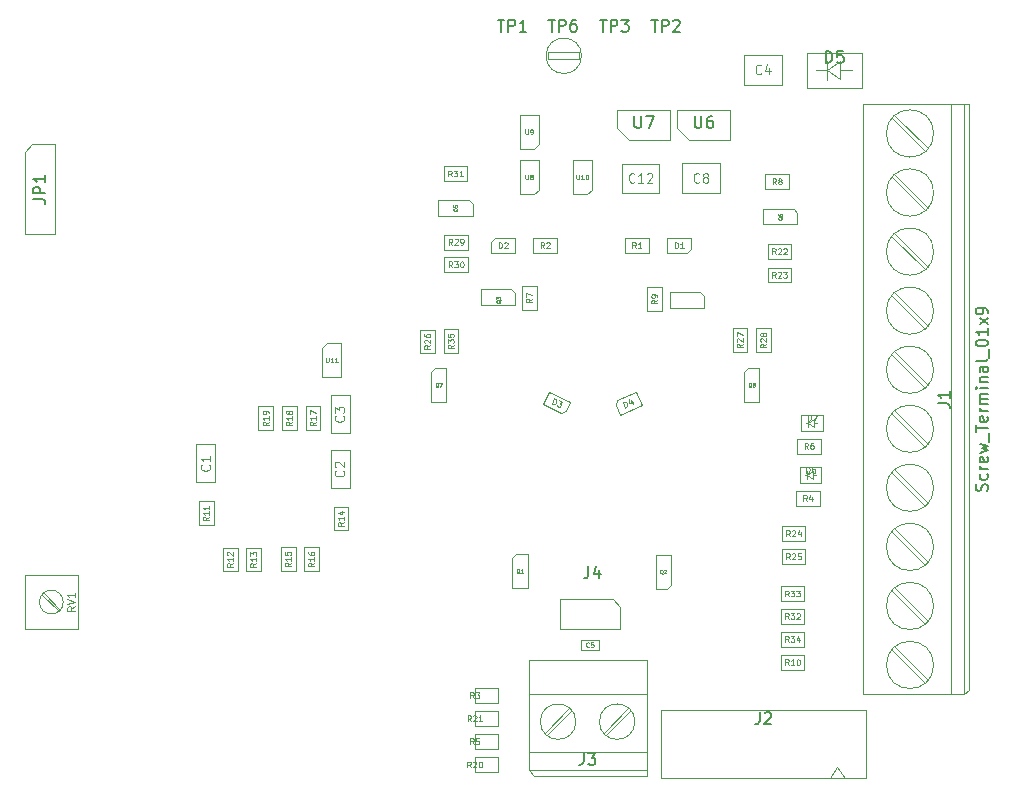
<source format=gbr>
%TF.GenerationSoftware,KiCad,Pcbnew,9.0.2*%
%TF.CreationDate,2025-07-21T22:11:43-06:00*%
%TF.ProjectId,Pico_H-bridge_complete,5069636f-5f48-42d6-9272-696467655f63,rev?*%
%TF.SameCoordinates,Original*%
%TF.FileFunction,AssemblyDrawing,Top*%
%FSLAX46Y46*%
G04 Gerber Fmt 4.6, Leading zero omitted, Abs format (unit mm)*
G04 Created by KiCad (PCBNEW 9.0.2) date 2025-07-21 22:11:43*
%MOMM*%
%LPD*%
G01*
G04 APERTURE LIST*
%ADD10C,0.050000*%
%ADD11C,0.080000*%
%ADD12C,0.120000*%
%ADD13C,0.150000*%
%ADD14C,0.060000*%
%ADD15C,0.062500*%
%ADD16C,0.090000*%
%ADD17C,0.100000*%
G04 APERTURE END LIST*
D10*
X149415914Y-72370476D02*
X149400676Y-72400952D01*
X149400676Y-72400952D02*
X149370200Y-72431428D01*
X149370200Y-72431428D02*
X149324485Y-72477142D01*
X149324485Y-72477142D02*
X149309247Y-72507619D01*
X149309247Y-72507619D02*
X149309247Y-72538095D01*
X149385438Y-72522857D02*
X149370200Y-72553333D01*
X149370200Y-72553333D02*
X149339723Y-72583809D01*
X149339723Y-72583809D02*
X149278771Y-72599047D01*
X149278771Y-72599047D02*
X149172104Y-72599047D01*
X149172104Y-72599047D02*
X149111152Y-72583809D01*
X149111152Y-72583809D02*
X149080676Y-72553333D01*
X149080676Y-72553333D02*
X149065438Y-72522857D01*
X149065438Y-72522857D02*
X149065438Y-72461904D01*
X149065438Y-72461904D02*
X149080676Y-72431428D01*
X149080676Y-72431428D02*
X149111152Y-72400952D01*
X149111152Y-72400952D02*
X149172104Y-72385714D01*
X149172104Y-72385714D02*
X149278771Y-72385714D01*
X149278771Y-72385714D02*
X149339723Y-72400952D01*
X149339723Y-72400952D02*
X149370200Y-72431428D01*
X149370200Y-72431428D02*
X149385438Y-72461904D01*
X149385438Y-72461904D02*
X149385438Y-72522857D01*
X149065438Y-72111428D02*
X149065438Y-72172381D01*
X149065438Y-72172381D02*
X149080676Y-72202857D01*
X149080676Y-72202857D02*
X149095914Y-72218095D01*
X149095914Y-72218095D02*
X149141628Y-72248571D01*
X149141628Y-72248571D02*
X149202580Y-72263809D01*
X149202580Y-72263809D02*
X149324485Y-72263809D01*
X149324485Y-72263809D02*
X149354961Y-72248571D01*
X149354961Y-72248571D02*
X149370200Y-72233333D01*
X149370200Y-72233333D02*
X149385438Y-72202857D01*
X149385438Y-72202857D02*
X149385438Y-72141904D01*
X149385438Y-72141904D02*
X149370200Y-72111428D01*
X149370200Y-72111428D02*
X149354961Y-72096190D01*
X149354961Y-72096190D02*
X149324485Y-72080952D01*
X149324485Y-72080952D02*
X149248295Y-72080952D01*
X149248295Y-72080952D02*
X149217819Y-72096190D01*
X149217819Y-72096190D02*
X149202580Y-72111428D01*
X149202580Y-72111428D02*
X149187342Y-72141904D01*
X149187342Y-72141904D02*
X149187342Y-72202857D01*
X149187342Y-72202857D02*
X149202580Y-72233333D01*
X149202580Y-72233333D02*
X149217819Y-72248571D01*
X149217819Y-72248571D02*
X149248295Y-72263809D01*
D11*
X149948571Y-108352149D02*
X149781905Y-108114054D01*
X149662857Y-108352149D02*
X149662857Y-107852149D01*
X149662857Y-107852149D02*
X149853333Y-107852149D01*
X149853333Y-107852149D02*
X149900952Y-107875959D01*
X149900952Y-107875959D02*
X149924762Y-107899768D01*
X149924762Y-107899768D02*
X149948571Y-107947387D01*
X149948571Y-107947387D02*
X149948571Y-108018816D01*
X149948571Y-108018816D02*
X149924762Y-108066435D01*
X149924762Y-108066435D02*
X149900952Y-108090244D01*
X149900952Y-108090244D02*
X149853333Y-108114054D01*
X149853333Y-108114054D02*
X149662857Y-108114054D01*
X150115238Y-107852149D02*
X150424762Y-107852149D01*
X150424762Y-107852149D02*
X150258095Y-108042625D01*
X150258095Y-108042625D02*
X150329524Y-108042625D01*
X150329524Y-108042625D02*
X150377143Y-108066435D01*
X150377143Y-108066435D02*
X150400952Y-108090244D01*
X150400952Y-108090244D02*
X150424762Y-108137863D01*
X150424762Y-108137863D02*
X150424762Y-108256911D01*
X150424762Y-108256911D02*
X150400952Y-108304530D01*
X150400952Y-108304530D02*
X150377143Y-108328340D01*
X150377143Y-108328340D02*
X150329524Y-108352149D01*
X150329524Y-108352149D02*
X150186667Y-108352149D01*
X150186667Y-108352149D02*
X150139048Y-108328340D01*
X150139048Y-108328340D02*
X150115238Y-108304530D01*
X150853333Y-108018816D02*
X150853333Y-108352149D01*
X150734285Y-107828340D02*
X150615238Y-108185482D01*
X150615238Y-108185482D02*
X150924761Y-108185482D01*
D12*
X147636667Y-60192664D02*
X147598571Y-60230760D01*
X147598571Y-60230760D02*
X147484286Y-60268855D01*
X147484286Y-60268855D02*
X147408095Y-60268855D01*
X147408095Y-60268855D02*
X147293809Y-60230760D01*
X147293809Y-60230760D02*
X147217619Y-60154569D01*
X147217619Y-60154569D02*
X147179524Y-60078379D01*
X147179524Y-60078379D02*
X147141428Y-59925998D01*
X147141428Y-59925998D02*
X147141428Y-59811712D01*
X147141428Y-59811712D02*
X147179524Y-59659331D01*
X147179524Y-59659331D02*
X147217619Y-59583140D01*
X147217619Y-59583140D02*
X147293809Y-59506950D01*
X147293809Y-59506950D02*
X147408095Y-59468855D01*
X147408095Y-59468855D02*
X147484286Y-59468855D01*
X147484286Y-59468855D02*
X147598571Y-59506950D01*
X147598571Y-59506950D02*
X147636667Y-59545045D01*
X148322381Y-59735521D02*
X148322381Y-60268855D01*
X148131905Y-59430760D02*
X147941428Y-60002188D01*
X147941428Y-60002188D02*
X148436667Y-60002188D01*
D11*
X123296666Y-117017149D02*
X123130000Y-116779054D01*
X123010952Y-117017149D02*
X123010952Y-116517149D01*
X123010952Y-116517149D02*
X123201428Y-116517149D01*
X123201428Y-116517149D02*
X123249047Y-116540959D01*
X123249047Y-116540959D02*
X123272857Y-116564768D01*
X123272857Y-116564768D02*
X123296666Y-116612387D01*
X123296666Y-116612387D02*
X123296666Y-116683816D01*
X123296666Y-116683816D02*
X123272857Y-116731435D01*
X123272857Y-116731435D02*
X123249047Y-116755244D01*
X123249047Y-116755244D02*
X123201428Y-116779054D01*
X123201428Y-116779054D02*
X123010952Y-116779054D01*
X123749047Y-116517149D02*
X123510952Y-116517149D01*
X123510952Y-116517149D02*
X123487143Y-116755244D01*
X123487143Y-116755244D02*
X123510952Y-116731435D01*
X123510952Y-116731435D02*
X123558571Y-116707625D01*
X123558571Y-116707625D02*
X123677619Y-116707625D01*
X123677619Y-116707625D02*
X123725238Y-116731435D01*
X123725238Y-116731435D02*
X123749047Y-116755244D01*
X123749047Y-116755244D02*
X123772857Y-116802863D01*
X123772857Y-116802863D02*
X123772857Y-116921911D01*
X123772857Y-116921911D02*
X123749047Y-116969530D01*
X123749047Y-116969530D02*
X123725238Y-116993340D01*
X123725238Y-116993340D02*
X123677619Y-117017149D01*
X123677619Y-117017149D02*
X123558571Y-117017149D01*
X123558571Y-117017149D02*
X123510952Y-116993340D01*
X123510952Y-116993340D02*
X123487143Y-116969530D01*
X151486666Y-96408578D02*
X151320000Y-96170483D01*
X151200952Y-96408578D02*
X151200952Y-95908578D01*
X151200952Y-95908578D02*
X151391428Y-95908578D01*
X151391428Y-95908578D02*
X151439047Y-95932388D01*
X151439047Y-95932388D02*
X151462857Y-95956197D01*
X151462857Y-95956197D02*
X151486666Y-96003816D01*
X151486666Y-96003816D02*
X151486666Y-96075245D01*
X151486666Y-96075245D02*
X151462857Y-96122864D01*
X151462857Y-96122864D02*
X151439047Y-96146673D01*
X151439047Y-96146673D02*
X151391428Y-96170483D01*
X151391428Y-96170483D02*
X151200952Y-96170483D01*
X151915238Y-96075245D02*
X151915238Y-96408578D01*
X151796190Y-95884769D02*
X151677143Y-96241911D01*
X151677143Y-96241911D02*
X151986666Y-96241911D01*
X129241666Y-75018149D02*
X129075000Y-74780054D01*
X128955952Y-75018149D02*
X128955952Y-74518149D01*
X128955952Y-74518149D02*
X129146428Y-74518149D01*
X129146428Y-74518149D02*
X129194047Y-74541959D01*
X129194047Y-74541959D02*
X129217857Y-74565768D01*
X129217857Y-74565768D02*
X129241666Y-74613387D01*
X129241666Y-74613387D02*
X129241666Y-74684816D01*
X129241666Y-74684816D02*
X129217857Y-74732435D01*
X129217857Y-74732435D02*
X129194047Y-74756244D01*
X129194047Y-74756244D02*
X129146428Y-74780054D01*
X129146428Y-74780054D02*
X128955952Y-74780054D01*
X129432143Y-74565768D02*
X129455952Y-74541959D01*
X129455952Y-74541959D02*
X129503571Y-74518149D01*
X129503571Y-74518149D02*
X129622619Y-74518149D01*
X129622619Y-74518149D02*
X129670238Y-74541959D01*
X129670238Y-74541959D02*
X129694047Y-74565768D01*
X129694047Y-74565768D02*
X129717857Y-74613387D01*
X129717857Y-74613387D02*
X129717857Y-74661006D01*
X129717857Y-74661006D02*
X129694047Y-74732435D01*
X129694047Y-74732435D02*
X129408333Y-75018149D01*
X129408333Y-75018149D02*
X129717857Y-75018149D01*
D13*
X138310873Y-55679819D02*
X138882301Y-55679819D01*
X138596587Y-56679819D02*
X138596587Y-55679819D01*
X139215635Y-56679819D02*
X139215635Y-55679819D01*
X139215635Y-55679819D02*
X139596587Y-55679819D01*
X139596587Y-55679819D02*
X139691825Y-55727438D01*
X139691825Y-55727438D02*
X139739444Y-55775057D01*
X139739444Y-55775057D02*
X139787063Y-55870295D01*
X139787063Y-55870295D02*
X139787063Y-56013152D01*
X139787063Y-56013152D02*
X139739444Y-56108390D01*
X139739444Y-56108390D02*
X139691825Y-56156009D01*
X139691825Y-56156009D02*
X139596587Y-56203628D01*
X139596587Y-56203628D02*
X139215635Y-56203628D01*
X140168016Y-55775057D02*
X140215635Y-55727438D01*
X140215635Y-55727438D02*
X140310873Y-55679819D01*
X140310873Y-55679819D02*
X140548968Y-55679819D01*
X140548968Y-55679819D02*
X140644206Y-55727438D01*
X140644206Y-55727438D02*
X140691825Y-55775057D01*
X140691825Y-55775057D02*
X140739444Y-55870295D01*
X140739444Y-55870295D02*
X140739444Y-55965533D01*
X140739444Y-55965533D02*
X140691825Y-56108390D01*
X140691825Y-56108390D02*
X140120397Y-56679819D01*
X140120397Y-56679819D02*
X140739444Y-56679819D01*
X133001666Y-101949819D02*
X133001666Y-102664104D01*
X133001666Y-102664104D02*
X132954047Y-102806961D01*
X132954047Y-102806961D02*
X132858809Y-102902200D01*
X132858809Y-102902200D02*
X132715952Y-102949819D01*
X132715952Y-102949819D02*
X132620714Y-102949819D01*
X133906428Y-102283152D02*
X133906428Y-102949819D01*
X133668333Y-101902200D02*
X133430238Y-102616485D01*
X133430238Y-102616485D02*
X134049285Y-102616485D01*
D11*
X121418571Y-68940483D02*
X121251905Y-68702388D01*
X121132857Y-68940483D02*
X121132857Y-68440483D01*
X121132857Y-68440483D02*
X121323333Y-68440483D01*
X121323333Y-68440483D02*
X121370952Y-68464293D01*
X121370952Y-68464293D02*
X121394762Y-68488102D01*
X121394762Y-68488102D02*
X121418571Y-68535721D01*
X121418571Y-68535721D02*
X121418571Y-68607150D01*
X121418571Y-68607150D02*
X121394762Y-68654769D01*
X121394762Y-68654769D02*
X121370952Y-68678578D01*
X121370952Y-68678578D02*
X121323333Y-68702388D01*
X121323333Y-68702388D02*
X121132857Y-68702388D01*
X121585238Y-68440483D02*
X121894762Y-68440483D01*
X121894762Y-68440483D02*
X121728095Y-68630959D01*
X121728095Y-68630959D02*
X121799524Y-68630959D01*
X121799524Y-68630959D02*
X121847143Y-68654769D01*
X121847143Y-68654769D02*
X121870952Y-68678578D01*
X121870952Y-68678578D02*
X121894762Y-68726197D01*
X121894762Y-68726197D02*
X121894762Y-68845245D01*
X121894762Y-68845245D02*
X121870952Y-68892864D01*
X121870952Y-68892864D02*
X121847143Y-68916674D01*
X121847143Y-68916674D02*
X121799524Y-68940483D01*
X121799524Y-68940483D02*
X121656667Y-68940483D01*
X121656667Y-68940483D02*
X121609048Y-68916674D01*
X121609048Y-68916674D02*
X121585238Y-68892864D01*
X122370952Y-68940483D02*
X122085238Y-68940483D01*
X122228095Y-68940483D02*
X122228095Y-68440483D01*
X122228095Y-68440483D02*
X122180476Y-68511912D01*
X122180476Y-68511912D02*
X122132857Y-68559531D01*
X122132857Y-68559531D02*
X122085238Y-68583340D01*
X150048571Y-99412863D02*
X149881905Y-99174768D01*
X149762857Y-99412863D02*
X149762857Y-98912863D01*
X149762857Y-98912863D02*
X149953333Y-98912863D01*
X149953333Y-98912863D02*
X150000952Y-98936673D01*
X150000952Y-98936673D02*
X150024762Y-98960482D01*
X150024762Y-98960482D02*
X150048571Y-99008101D01*
X150048571Y-99008101D02*
X150048571Y-99079530D01*
X150048571Y-99079530D02*
X150024762Y-99127149D01*
X150024762Y-99127149D02*
X150000952Y-99150958D01*
X150000952Y-99150958D02*
X149953333Y-99174768D01*
X149953333Y-99174768D02*
X149762857Y-99174768D01*
X150239048Y-98960482D02*
X150262857Y-98936673D01*
X150262857Y-98936673D02*
X150310476Y-98912863D01*
X150310476Y-98912863D02*
X150429524Y-98912863D01*
X150429524Y-98912863D02*
X150477143Y-98936673D01*
X150477143Y-98936673D02*
X150500952Y-98960482D01*
X150500952Y-98960482D02*
X150524762Y-99008101D01*
X150524762Y-99008101D02*
X150524762Y-99055720D01*
X150524762Y-99055720D02*
X150500952Y-99127149D01*
X150500952Y-99127149D02*
X150215238Y-99412863D01*
X150215238Y-99412863D02*
X150524762Y-99412863D01*
X150953333Y-99079530D02*
X150953333Y-99412863D01*
X150834285Y-98889054D02*
X150715238Y-99246196D01*
X150715238Y-99246196D02*
X151024761Y-99246196D01*
X146047149Y-83121428D02*
X145809054Y-83288094D01*
X146047149Y-83407142D02*
X145547149Y-83407142D01*
X145547149Y-83407142D02*
X145547149Y-83216666D01*
X145547149Y-83216666D02*
X145570959Y-83169047D01*
X145570959Y-83169047D02*
X145594768Y-83145237D01*
X145594768Y-83145237D02*
X145642387Y-83121428D01*
X145642387Y-83121428D02*
X145713816Y-83121428D01*
X145713816Y-83121428D02*
X145761435Y-83145237D01*
X145761435Y-83145237D02*
X145785244Y-83169047D01*
X145785244Y-83169047D02*
X145809054Y-83216666D01*
X145809054Y-83216666D02*
X145809054Y-83407142D01*
X145594768Y-82930951D02*
X145570959Y-82907142D01*
X145570959Y-82907142D02*
X145547149Y-82859523D01*
X145547149Y-82859523D02*
X145547149Y-82740475D01*
X145547149Y-82740475D02*
X145570959Y-82692856D01*
X145570959Y-82692856D02*
X145594768Y-82669047D01*
X145594768Y-82669047D02*
X145642387Y-82645237D01*
X145642387Y-82645237D02*
X145690006Y-82645237D01*
X145690006Y-82645237D02*
X145761435Y-82669047D01*
X145761435Y-82669047D02*
X146047149Y-82954761D01*
X146047149Y-82954761D02*
X146047149Y-82645237D01*
X145547149Y-82478571D02*
X145547149Y-82145238D01*
X145547149Y-82145238D02*
X146047149Y-82359523D01*
X102892149Y-101681428D02*
X102654054Y-101848094D01*
X102892149Y-101967142D02*
X102392149Y-101967142D01*
X102392149Y-101967142D02*
X102392149Y-101776666D01*
X102392149Y-101776666D02*
X102415959Y-101729047D01*
X102415959Y-101729047D02*
X102439768Y-101705237D01*
X102439768Y-101705237D02*
X102487387Y-101681428D01*
X102487387Y-101681428D02*
X102558816Y-101681428D01*
X102558816Y-101681428D02*
X102606435Y-101705237D01*
X102606435Y-101705237D02*
X102630244Y-101729047D01*
X102630244Y-101729047D02*
X102654054Y-101776666D01*
X102654054Y-101776666D02*
X102654054Y-101967142D01*
X102892149Y-101205237D02*
X102892149Y-101490951D01*
X102892149Y-101348094D02*
X102392149Y-101348094D01*
X102392149Y-101348094D02*
X102463578Y-101395713D01*
X102463578Y-101395713D02*
X102511197Y-101443332D01*
X102511197Y-101443332D02*
X102535006Y-101490951D01*
X102439768Y-101014761D02*
X102415959Y-100990952D01*
X102415959Y-100990952D02*
X102392149Y-100943333D01*
X102392149Y-100943333D02*
X102392149Y-100824285D01*
X102392149Y-100824285D02*
X102415959Y-100776666D01*
X102415959Y-100776666D02*
X102439768Y-100752857D01*
X102439768Y-100752857D02*
X102487387Y-100729047D01*
X102487387Y-100729047D02*
X102535006Y-100729047D01*
X102535006Y-100729047D02*
X102606435Y-100752857D01*
X102606435Y-100752857D02*
X102892149Y-101038571D01*
X102892149Y-101038571D02*
X102892149Y-100729047D01*
D13*
X129595688Y-55679819D02*
X130167116Y-55679819D01*
X129881402Y-56679819D02*
X129881402Y-55679819D01*
X130500450Y-56679819D02*
X130500450Y-55679819D01*
X130500450Y-55679819D02*
X130881402Y-55679819D01*
X130881402Y-55679819D02*
X130976640Y-55727438D01*
X130976640Y-55727438D02*
X131024259Y-55775057D01*
X131024259Y-55775057D02*
X131071878Y-55870295D01*
X131071878Y-55870295D02*
X131071878Y-56013152D01*
X131071878Y-56013152D02*
X131024259Y-56108390D01*
X131024259Y-56108390D02*
X130976640Y-56156009D01*
X130976640Y-56156009D02*
X130881402Y-56203628D01*
X130881402Y-56203628D02*
X130500450Y-56203628D01*
X131929021Y-55679819D02*
X131738545Y-55679819D01*
X131738545Y-55679819D02*
X131643307Y-55727438D01*
X131643307Y-55727438D02*
X131595688Y-55775057D01*
X131595688Y-55775057D02*
X131500450Y-55917914D01*
X131500450Y-55917914D02*
X131452831Y-56108390D01*
X131452831Y-56108390D02*
X131452831Y-56489342D01*
X131452831Y-56489342D02*
X131500450Y-56584580D01*
X131500450Y-56584580D02*
X131548069Y-56632200D01*
X131548069Y-56632200D02*
X131643307Y-56679819D01*
X131643307Y-56679819D02*
X131833783Y-56679819D01*
X131833783Y-56679819D02*
X131929021Y-56632200D01*
X131929021Y-56632200D02*
X131976640Y-56584580D01*
X131976640Y-56584580D02*
X132024259Y-56489342D01*
X132024259Y-56489342D02*
X132024259Y-56251247D01*
X132024259Y-56251247D02*
X131976640Y-56156009D01*
X131976640Y-56156009D02*
X131929021Y-56108390D01*
X131929021Y-56108390D02*
X131833783Y-56060771D01*
X131833783Y-56060771D02*
X131643307Y-56060771D01*
X131643307Y-56060771D02*
X131548069Y-56108390D01*
X131548069Y-56108390D02*
X131500450Y-56156009D01*
X131500450Y-56156009D02*
X131452831Y-56251247D01*
X147491666Y-114309819D02*
X147491666Y-115024104D01*
X147491666Y-115024104D02*
X147444047Y-115166961D01*
X147444047Y-115166961D02*
X147348809Y-115262200D01*
X147348809Y-115262200D02*
X147205952Y-115309819D01*
X147205952Y-115309819D02*
X147110714Y-115309819D01*
X147920238Y-114405057D02*
X147967857Y-114357438D01*
X147967857Y-114357438D02*
X148063095Y-114309819D01*
X148063095Y-114309819D02*
X148301190Y-114309819D01*
X148301190Y-114309819D02*
X148396428Y-114357438D01*
X148396428Y-114357438D02*
X148444047Y-114405057D01*
X148444047Y-114405057D02*
X148491666Y-114500295D01*
X148491666Y-114500295D02*
X148491666Y-114595533D01*
X148491666Y-114595533D02*
X148444047Y-114738390D01*
X148444047Y-114738390D02*
X147872619Y-115309819D01*
X147872619Y-115309819D02*
X148491666Y-115309819D01*
X166747200Y-95561905D02*
X166794819Y-95419048D01*
X166794819Y-95419048D02*
X166794819Y-95180953D01*
X166794819Y-95180953D02*
X166747200Y-95085715D01*
X166747200Y-95085715D02*
X166699580Y-95038096D01*
X166699580Y-95038096D02*
X166604342Y-94990477D01*
X166604342Y-94990477D02*
X166509104Y-94990477D01*
X166509104Y-94990477D02*
X166413866Y-95038096D01*
X166413866Y-95038096D02*
X166366247Y-95085715D01*
X166366247Y-95085715D02*
X166318628Y-95180953D01*
X166318628Y-95180953D02*
X166271009Y-95371429D01*
X166271009Y-95371429D02*
X166223390Y-95466667D01*
X166223390Y-95466667D02*
X166175771Y-95514286D01*
X166175771Y-95514286D02*
X166080533Y-95561905D01*
X166080533Y-95561905D02*
X165985295Y-95561905D01*
X165985295Y-95561905D02*
X165890057Y-95514286D01*
X165890057Y-95514286D02*
X165842438Y-95466667D01*
X165842438Y-95466667D02*
X165794819Y-95371429D01*
X165794819Y-95371429D02*
X165794819Y-95133334D01*
X165794819Y-95133334D02*
X165842438Y-94990477D01*
X166747200Y-94133334D02*
X166794819Y-94228572D01*
X166794819Y-94228572D02*
X166794819Y-94419048D01*
X166794819Y-94419048D02*
X166747200Y-94514286D01*
X166747200Y-94514286D02*
X166699580Y-94561905D01*
X166699580Y-94561905D02*
X166604342Y-94609524D01*
X166604342Y-94609524D02*
X166318628Y-94609524D01*
X166318628Y-94609524D02*
X166223390Y-94561905D01*
X166223390Y-94561905D02*
X166175771Y-94514286D01*
X166175771Y-94514286D02*
X166128152Y-94419048D01*
X166128152Y-94419048D02*
X166128152Y-94228572D01*
X166128152Y-94228572D02*
X166175771Y-94133334D01*
X166794819Y-93704762D02*
X166128152Y-93704762D01*
X166318628Y-93704762D02*
X166223390Y-93657143D01*
X166223390Y-93657143D02*
X166175771Y-93609524D01*
X166175771Y-93609524D02*
X166128152Y-93514286D01*
X166128152Y-93514286D02*
X166128152Y-93419048D01*
X166747200Y-92704762D02*
X166794819Y-92800000D01*
X166794819Y-92800000D02*
X166794819Y-92990476D01*
X166794819Y-92990476D02*
X166747200Y-93085714D01*
X166747200Y-93085714D02*
X166651961Y-93133333D01*
X166651961Y-93133333D02*
X166271009Y-93133333D01*
X166271009Y-93133333D02*
X166175771Y-93085714D01*
X166175771Y-93085714D02*
X166128152Y-92990476D01*
X166128152Y-92990476D02*
X166128152Y-92800000D01*
X166128152Y-92800000D02*
X166175771Y-92704762D01*
X166175771Y-92704762D02*
X166271009Y-92657143D01*
X166271009Y-92657143D02*
X166366247Y-92657143D01*
X166366247Y-92657143D02*
X166461485Y-93133333D01*
X166128152Y-92323809D02*
X166794819Y-92133333D01*
X166794819Y-92133333D02*
X166318628Y-91942857D01*
X166318628Y-91942857D02*
X166794819Y-91752381D01*
X166794819Y-91752381D02*
X166128152Y-91561905D01*
X166890057Y-91419048D02*
X166890057Y-90657143D01*
X165794819Y-90561904D02*
X165794819Y-89990476D01*
X166794819Y-90276190D02*
X165794819Y-90276190D01*
X166747200Y-89276190D02*
X166794819Y-89371428D01*
X166794819Y-89371428D02*
X166794819Y-89561904D01*
X166794819Y-89561904D02*
X166747200Y-89657142D01*
X166747200Y-89657142D02*
X166651961Y-89704761D01*
X166651961Y-89704761D02*
X166271009Y-89704761D01*
X166271009Y-89704761D02*
X166175771Y-89657142D01*
X166175771Y-89657142D02*
X166128152Y-89561904D01*
X166128152Y-89561904D02*
X166128152Y-89371428D01*
X166128152Y-89371428D02*
X166175771Y-89276190D01*
X166175771Y-89276190D02*
X166271009Y-89228571D01*
X166271009Y-89228571D02*
X166366247Y-89228571D01*
X166366247Y-89228571D02*
X166461485Y-89704761D01*
X166794819Y-88799999D02*
X166128152Y-88799999D01*
X166318628Y-88799999D02*
X166223390Y-88752380D01*
X166223390Y-88752380D02*
X166175771Y-88704761D01*
X166175771Y-88704761D02*
X166128152Y-88609523D01*
X166128152Y-88609523D02*
X166128152Y-88514285D01*
X166794819Y-88180951D02*
X166128152Y-88180951D01*
X166223390Y-88180951D02*
X166175771Y-88133332D01*
X166175771Y-88133332D02*
X166128152Y-88038094D01*
X166128152Y-88038094D02*
X166128152Y-87895237D01*
X166128152Y-87895237D02*
X166175771Y-87799999D01*
X166175771Y-87799999D02*
X166271009Y-87752380D01*
X166271009Y-87752380D02*
X166794819Y-87752380D01*
X166271009Y-87752380D02*
X166175771Y-87704761D01*
X166175771Y-87704761D02*
X166128152Y-87609523D01*
X166128152Y-87609523D02*
X166128152Y-87466666D01*
X166128152Y-87466666D02*
X166175771Y-87371427D01*
X166175771Y-87371427D02*
X166271009Y-87323808D01*
X166271009Y-87323808D02*
X166794819Y-87323808D01*
X166794819Y-86847618D02*
X166128152Y-86847618D01*
X165794819Y-86847618D02*
X165842438Y-86895237D01*
X165842438Y-86895237D02*
X165890057Y-86847618D01*
X165890057Y-86847618D02*
X165842438Y-86799999D01*
X165842438Y-86799999D02*
X165794819Y-86847618D01*
X165794819Y-86847618D02*
X165890057Y-86847618D01*
X166128152Y-86371428D02*
X166794819Y-86371428D01*
X166223390Y-86371428D02*
X166175771Y-86323809D01*
X166175771Y-86323809D02*
X166128152Y-86228571D01*
X166128152Y-86228571D02*
X166128152Y-86085714D01*
X166128152Y-86085714D02*
X166175771Y-85990476D01*
X166175771Y-85990476D02*
X166271009Y-85942857D01*
X166271009Y-85942857D02*
X166794819Y-85942857D01*
X166794819Y-85038095D02*
X166271009Y-85038095D01*
X166271009Y-85038095D02*
X166175771Y-85085714D01*
X166175771Y-85085714D02*
X166128152Y-85180952D01*
X166128152Y-85180952D02*
X166128152Y-85371428D01*
X166128152Y-85371428D02*
X166175771Y-85466666D01*
X166747200Y-85038095D02*
X166794819Y-85133333D01*
X166794819Y-85133333D02*
X166794819Y-85371428D01*
X166794819Y-85371428D02*
X166747200Y-85466666D01*
X166747200Y-85466666D02*
X166651961Y-85514285D01*
X166651961Y-85514285D02*
X166556723Y-85514285D01*
X166556723Y-85514285D02*
X166461485Y-85466666D01*
X166461485Y-85466666D02*
X166413866Y-85371428D01*
X166413866Y-85371428D02*
X166413866Y-85133333D01*
X166413866Y-85133333D02*
X166366247Y-85038095D01*
X166794819Y-84419047D02*
X166747200Y-84514285D01*
X166747200Y-84514285D02*
X166651961Y-84561904D01*
X166651961Y-84561904D02*
X165794819Y-84561904D01*
X166890057Y-84276190D02*
X166890057Y-83514285D01*
X165794819Y-83085713D02*
X165794819Y-82990475D01*
X165794819Y-82990475D02*
X165842438Y-82895237D01*
X165842438Y-82895237D02*
X165890057Y-82847618D01*
X165890057Y-82847618D02*
X165985295Y-82799999D01*
X165985295Y-82799999D02*
X166175771Y-82752380D01*
X166175771Y-82752380D02*
X166413866Y-82752380D01*
X166413866Y-82752380D02*
X166604342Y-82799999D01*
X166604342Y-82799999D02*
X166699580Y-82847618D01*
X166699580Y-82847618D02*
X166747200Y-82895237D01*
X166747200Y-82895237D02*
X166794819Y-82990475D01*
X166794819Y-82990475D02*
X166794819Y-83085713D01*
X166794819Y-83085713D02*
X166747200Y-83180951D01*
X166747200Y-83180951D02*
X166699580Y-83228570D01*
X166699580Y-83228570D02*
X166604342Y-83276189D01*
X166604342Y-83276189D02*
X166413866Y-83323808D01*
X166413866Y-83323808D02*
X166175771Y-83323808D01*
X166175771Y-83323808D02*
X165985295Y-83276189D01*
X165985295Y-83276189D02*
X165890057Y-83228570D01*
X165890057Y-83228570D02*
X165842438Y-83180951D01*
X165842438Y-83180951D02*
X165794819Y-83085713D01*
X166794819Y-81799999D02*
X166794819Y-82371427D01*
X166794819Y-82085713D02*
X165794819Y-82085713D01*
X165794819Y-82085713D02*
X165937676Y-82180951D01*
X165937676Y-82180951D02*
X166032914Y-82276189D01*
X166032914Y-82276189D02*
X166080533Y-82371427D01*
X166794819Y-81466665D02*
X166128152Y-80942856D01*
X166128152Y-81466665D02*
X166794819Y-80942856D01*
X166794819Y-80514284D02*
X166794819Y-80323808D01*
X166794819Y-80323808D02*
X166747200Y-80228570D01*
X166747200Y-80228570D02*
X166699580Y-80180951D01*
X166699580Y-80180951D02*
X166556723Y-80085713D01*
X166556723Y-80085713D02*
X166366247Y-80038094D01*
X166366247Y-80038094D02*
X165985295Y-80038094D01*
X165985295Y-80038094D02*
X165890057Y-80085713D01*
X165890057Y-80085713D02*
X165842438Y-80133332D01*
X165842438Y-80133332D02*
X165794819Y-80228570D01*
X165794819Y-80228570D02*
X165794819Y-80419046D01*
X165794819Y-80419046D02*
X165842438Y-80514284D01*
X165842438Y-80514284D02*
X165890057Y-80561903D01*
X165890057Y-80561903D02*
X165985295Y-80609522D01*
X165985295Y-80609522D02*
X166223390Y-80609522D01*
X166223390Y-80609522D02*
X166318628Y-80561903D01*
X166318628Y-80561903D02*
X166366247Y-80514284D01*
X166366247Y-80514284D02*
X166413866Y-80419046D01*
X166413866Y-80419046D02*
X166413866Y-80228570D01*
X166413866Y-80228570D02*
X166366247Y-80133332D01*
X166366247Y-80133332D02*
X166318628Y-80085713D01*
X166318628Y-80085713D02*
X166223390Y-80038094D01*
X162574819Y-88133333D02*
X163289104Y-88133333D01*
X163289104Y-88133333D02*
X163431961Y-88180952D01*
X163431961Y-88180952D02*
X163527200Y-88276190D01*
X163527200Y-88276190D02*
X163574819Y-88419047D01*
X163574819Y-88419047D02*
X163574819Y-88514285D01*
X163574819Y-87133333D02*
X163574819Y-87704761D01*
X163574819Y-87419047D02*
X162574819Y-87419047D01*
X162574819Y-87419047D02*
X162717676Y-87514285D01*
X162717676Y-87514285D02*
X162812914Y-87609523D01*
X162812914Y-87609523D02*
X162860533Y-87704761D01*
X133978280Y-55679819D02*
X134549708Y-55679819D01*
X134263994Y-56679819D02*
X134263994Y-55679819D01*
X134883042Y-56679819D02*
X134883042Y-55679819D01*
X134883042Y-55679819D02*
X135263994Y-55679819D01*
X135263994Y-55679819D02*
X135359232Y-55727438D01*
X135359232Y-55727438D02*
X135406851Y-55775057D01*
X135406851Y-55775057D02*
X135454470Y-55870295D01*
X135454470Y-55870295D02*
X135454470Y-56013152D01*
X135454470Y-56013152D02*
X135406851Y-56108390D01*
X135406851Y-56108390D02*
X135359232Y-56156009D01*
X135359232Y-56156009D02*
X135263994Y-56203628D01*
X135263994Y-56203628D02*
X134883042Y-56203628D01*
X135787804Y-55679819D02*
X136406851Y-55679819D01*
X136406851Y-55679819D02*
X136073518Y-56060771D01*
X136073518Y-56060771D02*
X136216375Y-56060771D01*
X136216375Y-56060771D02*
X136311613Y-56108390D01*
X136311613Y-56108390D02*
X136359232Y-56156009D01*
X136359232Y-56156009D02*
X136406851Y-56251247D01*
X136406851Y-56251247D02*
X136406851Y-56489342D01*
X136406851Y-56489342D02*
X136359232Y-56584580D01*
X136359232Y-56584580D02*
X136311613Y-56632200D01*
X136311613Y-56632200D02*
X136216375Y-56679819D01*
X136216375Y-56679819D02*
X135930661Y-56679819D01*
X135930661Y-56679819D02*
X135835423Y-56632200D01*
X135835423Y-56632200D02*
X135787804Y-56584580D01*
D14*
X133058333Y-108743832D02*
X133039285Y-108762880D01*
X133039285Y-108762880D02*
X132982143Y-108781927D01*
X132982143Y-108781927D02*
X132944047Y-108781927D01*
X132944047Y-108781927D02*
X132886904Y-108762880D01*
X132886904Y-108762880D02*
X132848809Y-108724784D01*
X132848809Y-108724784D02*
X132829762Y-108686689D01*
X132829762Y-108686689D02*
X132810714Y-108610499D01*
X132810714Y-108610499D02*
X132810714Y-108553356D01*
X132810714Y-108553356D02*
X132829762Y-108477165D01*
X132829762Y-108477165D02*
X132848809Y-108439070D01*
X132848809Y-108439070D02*
X132886904Y-108400975D01*
X132886904Y-108400975D02*
X132944047Y-108381927D01*
X132944047Y-108381927D02*
X132982143Y-108381927D01*
X132982143Y-108381927D02*
X133039285Y-108400975D01*
X133039285Y-108400975D02*
X133058333Y-108420022D01*
X133420238Y-108381927D02*
X133229762Y-108381927D01*
X133229762Y-108381927D02*
X133210714Y-108572403D01*
X133210714Y-108572403D02*
X133229762Y-108553356D01*
X133229762Y-108553356D02*
X133267857Y-108534308D01*
X133267857Y-108534308D02*
X133363095Y-108534308D01*
X133363095Y-108534308D02*
X133401190Y-108553356D01*
X133401190Y-108553356D02*
X133420238Y-108572403D01*
X133420238Y-108572403D02*
X133439285Y-108610499D01*
X133439285Y-108610499D02*
X133439285Y-108705737D01*
X133439285Y-108705737D02*
X133420238Y-108743832D01*
X133420238Y-108743832D02*
X133401190Y-108762880D01*
X133401190Y-108762880D02*
X133363095Y-108781927D01*
X133363095Y-108781927D02*
X133267857Y-108781927D01*
X133267857Y-108781927D02*
X133229762Y-108762880D01*
X133229762Y-108762880D02*
X133210714Y-108743832D01*
D12*
X136895714Y-69387664D02*
X136857618Y-69425760D01*
X136857618Y-69425760D02*
X136743333Y-69463855D01*
X136743333Y-69463855D02*
X136667142Y-69463855D01*
X136667142Y-69463855D02*
X136552856Y-69425760D01*
X136552856Y-69425760D02*
X136476666Y-69349569D01*
X136476666Y-69349569D02*
X136438571Y-69273379D01*
X136438571Y-69273379D02*
X136400475Y-69120998D01*
X136400475Y-69120998D02*
X136400475Y-69006712D01*
X136400475Y-69006712D02*
X136438571Y-68854331D01*
X136438571Y-68854331D02*
X136476666Y-68778140D01*
X136476666Y-68778140D02*
X136552856Y-68701950D01*
X136552856Y-68701950D02*
X136667142Y-68663855D01*
X136667142Y-68663855D02*
X136743333Y-68663855D01*
X136743333Y-68663855D02*
X136857618Y-68701950D01*
X136857618Y-68701950D02*
X136895714Y-68740045D01*
X137657618Y-69463855D02*
X137200475Y-69463855D01*
X137429047Y-69463855D02*
X137429047Y-68663855D01*
X137429047Y-68663855D02*
X137352856Y-68778140D01*
X137352856Y-68778140D02*
X137276666Y-68854331D01*
X137276666Y-68854331D02*
X137200475Y-68892426D01*
X137962380Y-68740045D02*
X138000476Y-68701950D01*
X138000476Y-68701950D02*
X138076666Y-68663855D01*
X138076666Y-68663855D02*
X138267142Y-68663855D01*
X138267142Y-68663855D02*
X138343333Y-68701950D01*
X138343333Y-68701950D02*
X138381428Y-68740045D01*
X138381428Y-68740045D02*
X138419523Y-68816236D01*
X138419523Y-68816236D02*
X138419523Y-68892426D01*
X138419523Y-68892426D02*
X138381428Y-69006712D01*
X138381428Y-69006712D02*
X137924285Y-69463855D01*
X137924285Y-69463855D02*
X138419523Y-69463855D01*
D10*
X125555914Y-79400476D02*
X125540676Y-79430952D01*
X125540676Y-79430952D02*
X125510200Y-79461428D01*
X125510200Y-79461428D02*
X125464485Y-79507142D01*
X125464485Y-79507142D02*
X125449247Y-79537619D01*
X125449247Y-79537619D02*
X125449247Y-79568095D01*
X125525438Y-79552857D02*
X125510200Y-79583333D01*
X125510200Y-79583333D02*
X125479723Y-79613809D01*
X125479723Y-79613809D02*
X125418771Y-79629047D01*
X125418771Y-79629047D02*
X125312104Y-79629047D01*
X125312104Y-79629047D02*
X125251152Y-79613809D01*
X125251152Y-79613809D02*
X125220676Y-79583333D01*
X125220676Y-79583333D02*
X125205438Y-79552857D01*
X125205438Y-79552857D02*
X125205438Y-79491904D01*
X125205438Y-79491904D02*
X125220676Y-79461428D01*
X125220676Y-79461428D02*
X125251152Y-79430952D01*
X125251152Y-79430952D02*
X125312104Y-79415714D01*
X125312104Y-79415714D02*
X125418771Y-79415714D01*
X125418771Y-79415714D02*
X125479723Y-79430952D01*
X125479723Y-79430952D02*
X125510200Y-79461428D01*
X125510200Y-79461428D02*
X125525438Y-79491904D01*
X125525438Y-79491904D02*
X125525438Y-79552857D01*
X125205438Y-79309047D02*
X125205438Y-79110952D01*
X125205438Y-79110952D02*
X125327342Y-79217619D01*
X125327342Y-79217619D02*
X125327342Y-79171904D01*
X125327342Y-79171904D02*
X125342580Y-79141428D01*
X125342580Y-79141428D02*
X125357819Y-79126190D01*
X125357819Y-79126190D02*
X125388295Y-79110952D01*
X125388295Y-79110952D02*
X125464485Y-79110952D01*
X125464485Y-79110952D02*
X125494961Y-79126190D01*
X125494961Y-79126190D02*
X125510200Y-79141428D01*
X125510200Y-79141428D02*
X125525438Y-79171904D01*
X125525438Y-79171904D02*
X125525438Y-79263333D01*
X125525438Y-79263333D02*
X125510200Y-79293809D01*
X125510200Y-79293809D02*
X125494961Y-79309047D01*
D13*
X136893095Y-63829819D02*
X136893095Y-64639342D01*
X136893095Y-64639342D02*
X136940714Y-64734580D01*
X136940714Y-64734580D02*
X136988333Y-64782200D01*
X136988333Y-64782200D02*
X137083571Y-64829819D01*
X137083571Y-64829819D02*
X137274047Y-64829819D01*
X137274047Y-64829819D02*
X137369285Y-64782200D01*
X137369285Y-64782200D02*
X137416904Y-64734580D01*
X137416904Y-64734580D02*
X137464523Y-64639342D01*
X137464523Y-64639342D02*
X137464523Y-63829819D01*
X137845476Y-63829819D02*
X138512142Y-63829819D01*
X138512142Y-63829819D02*
X138083571Y-64829819D01*
D10*
X121915914Y-71637143D02*
X121900676Y-71667619D01*
X121900676Y-71667619D02*
X121870200Y-71698095D01*
X121870200Y-71698095D02*
X121824485Y-71743809D01*
X121824485Y-71743809D02*
X121809247Y-71774286D01*
X121809247Y-71774286D02*
X121809247Y-71804762D01*
X121885438Y-71789524D02*
X121870200Y-71820000D01*
X121870200Y-71820000D02*
X121839723Y-71850476D01*
X121839723Y-71850476D02*
X121778771Y-71865714D01*
X121778771Y-71865714D02*
X121672104Y-71865714D01*
X121672104Y-71865714D02*
X121611152Y-71850476D01*
X121611152Y-71850476D02*
X121580676Y-71820000D01*
X121580676Y-71820000D02*
X121565438Y-71789524D01*
X121565438Y-71789524D02*
X121565438Y-71728571D01*
X121565438Y-71728571D02*
X121580676Y-71698095D01*
X121580676Y-71698095D02*
X121611152Y-71667619D01*
X121611152Y-71667619D02*
X121672104Y-71652381D01*
X121672104Y-71652381D02*
X121778771Y-71652381D01*
X121778771Y-71652381D02*
X121839723Y-71667619D01*
X121839723Y-71667619D02*
X121870200Y-71698095D01*
X121870200Y-71698095D02*
X121885438Y-71728571D01*
X121885438Y-71728571D02*
X121885438Y-71789524D01*
X121565438Y-71362857D02*
X121565438Y-71515238D01*
X121565438Y-71515238D02*
X121717819Y-71530476D01*
X121717819Y-71530476D02*
X121702580Y-71515238D01*
X121702580Y-71515238D02*
X121687342Y-71484762D01*
X121687342Y-71484762D02*
X121687342Y-71408571D01*
X121687342Y-71408571D02*
X121702580Y-71378095D01*
X121702580Y-71378095D02*
X121717819Y-71362857D01*
X121717819Y-71362857D02*
X121748295Y-71347619D01*
X121748295Y-71347619D02*
X121824485Y-71347619D01*
X121824485Y-71347619D02*
X121854961Y-71362857D01*
X121854961Y-71362857D02*
X121870200Y-71378095D01*
X121870200Y-71378095D02*
X121885438Y-71408571D01*
X121885438Y-71408571D02*
X121885438Y-71484762D01*
X121885438Y-71484762D02*
X121870200Y-71515238D01*
X121870200Y-71515238D02*
X121854961Y-71530476D01*
D15*
X151550952Y-89603059D02*
X151550952Y-89103059D01*
X151550952Y-89103059D02*
X151670000Y-89103059D01*
X151670000Y-89103059D02*
X151741428Y-89126869D01*
X151741428Y-89126869D02*
X151789047Y-89174488D01*
X151789047Y-89174488D02*
X151812857Y-89222107D01*
X151812857Y-89222107D02*
X151836666Y-89317345D01*
X151836666Y-89317345D02*
X151836666Y-89388773D01*
X151836666Y-89388773D02*
X151812857Y-89484011D01*
X151812857Y-89484011D02*
X151789047Y-89531630D01*
X151789047Y-89531630D02*
X151741428Y-89579250D01*
X151741428Y-89579250D02*
X151670000Y-89603059D01*
X151670000Y-89603059D02*
X151550952Y-89603059D01*
X152003333Y-89103059D02*
X152336666Y-89103059D01*
X152336666Y-89103059D02*
X152122381Y-89603059D01*
D11*
X140308952Y-75018149D02*
X140308952Y-74518149D01*
X140308952Y-74518149D02*
X140428000Y-74518149D01*
X140428000Y-74518149D02*
X140499428Y-74541959D01*
X140499428Y-74541959D02*
X140547047Y-74589578D01*
X140547047Y-74589578D02*
X140570857Y-74637197D01*
X140570857Y-74637197D02*
X140594666Y-74732435D01*
X140594666Y-74732435D02*
X140594666Y-74803863D01*
X140594666Y-74803863D02*
X140570857Y-74899101D01*
X140570857Y-74899101D02*
X140547047Y-74946720D01*
X140547047Y-74946720D02*
X140499428Y-74994340D01*
X140499428Y-74994340D02*
X140428000Y-75018149D01*
X140428000Y-75018149D02*
X140308952Y-75018149D01*
X141070857Y-75018149D02*
X140785143Y-75018149D01*
X140928000Y-75018149D02*
X140928000Y-74518149D01*
X140928000Y-74518149D02*
X140880381Y-74589578D01*
X140880381Y-74589578D02*
X140832762Y-74637197D01*
X140832762Y-74637197D02*
X140785143Y-74661006D01*
D13*
X132591666Y-117754819D02*
X132591666Y-118469104D01*
X132591666Y-118469104D02*
X132544047Y-118611961D01*
X132544047Y-118611961D02*
X132448809Y-118707200D01*
X132448809Y-118707200D02*
X132305952Y-118754819D01*
X132305952Y-118754819D02*
X132210714Y-118754819D01*
X132972619Y-117754819D02*
X133591666Y-117754819D01*
X133591666Y-117754819D02*
X133258333Y-118135771D01*
X133258333Y-118135771D02*
X133401190Y-118135771D01*
X133401190Y-118135771D02*
X133496428Y-118183390D01*
X133496428Y-118183390D02*
X133544047Y-118231009D01*
X133544047Y-118231009D02*
X133591666Y-118326247D01*
X133591666Y-118326247D02*
X133591666Y-118564342D01*
X133591666Y-118564342D02*
X133544047Y-118659580D01*
X133544047Y-118659580D02*
X133496428Y-118707200D01*
X133496428Y-118707200D02*
X133401190Y-118754819D01*
X133401190Y-118754819D02*
X133115476Y-118754819D01*
X133115476Y-118754819D02*
X133020238Y-118707200D01*
X133020238Y-118707200D02*
X132972619Y-118659580D01*
D11*
X109782149Y-101651428D02*
X109544054Y-101818094D01*
X109782149Y-101937142D02*
X109282149Y-101937142D01*
X109282149Y-101937142D02*
X109282149Y-101746666D01*
X109282149Y-101746666D02*
X109305959Y-101699047D01*
X109305959Y-101699047D02*
X109329768Y-101675237D01*
X109329768Y-101675237D02*
X109377387Y-101651428D01*
X109377387Y-101651428D02*
X109448816Y-101651428D01*
X109448816Y-101651428D02*
X109496435Y-101675237D01*
X109496435Y-101675237D02*
X109520244Y-101699047D01*
X109520244Y-101699047D02*
X109544054Y-101746666D01*
X109544054Y-101746666D02*
X109544054Y-101937142D01*
X109782149Y-101175237D02*
X109782149Y-101460951D01*
X109782149Y-101318094D02*
X109282149Y-101318094D01*
X109282149Y-101318094D02*
X109353578Y-101365713D01*
X109353578Y-101365713D02*
X109401197Y-101413332D01*
X109401197Y-101413332D02*
X109425006Y-101460951D01*
X109282149Y-100746666D02*
X109282149Y-100841904D01*
X109282149Y-100841904D02*
X109305959Y-100889523D01*
X109305959Y-100889523D02*
X109329768Y-100913333D01*
X109329768Y-100913333D02*
X109401197Y-100960952D01*
X109401197Y-100960952D02*
X109496435Y-100984761D01*
X109496435Y-100984761D02*
X109686911Y-100984761D01*
X109686911Y-100984761D02*
X109734530Y-100960952D01*
X109734530Y-100960952D02*
X109758340Y-100937142D01*
X109758340Y-100937142D02*
X109782149Y-100889523D01*
X109782149Y-100889523D02*
X109782149Y-100794285D01*
X109782149Y-100794285D02*
X109758340Y-100746666D01*
X109758340Y-100746666D02*
X109734530Y-100722857D01*
X109734530Y-100722857D02*
X109686911Y-100699047D01*
X109686911Y-100699047D02*
X109567863Y-100699047D01*
X109567863Y-100699047D02*
X109520244Y-100722857D01*
X109520244Y-100722857D02*
X109496435Y-100746666D01*
X109496435Y-100746666D02*
X109472625Y-100794285D01*
X109472625Y-100794285D02*
X109472625Y-100889523D01*
X109472625Y-100889523D02*
X109496435Y-100937142D01*
X109496435Y-100937142D02*
X109520244Y-100960952D01*
X109520244Y-100960952D02*
X109567863Y-100984761D01*
X109897149Y-89731428D02*
X109659054Y-89898094D01*
X109897149Y-90017142D02*
X109397149Y-90017142D01*
X109397149Y-90017142D02*
X109397149Y-89826666D01*
X109397149Y-89826666D02*
X109420959Y-89779047D01*
X109420959Y-89779047D02*
X109444768Y-89755237D01*
X109444768Y-89755237D02*
X109492387Y-89731428D01*
X109492387Y-89731428D02*
X109563816Y-89731428D01*
X109563816Y-89731428D02*
X109611435Y-89755237D01*
X109611435Y-89755237D02*
X109635244Y-89779047D01*
X109635244Y-89779047D02*
X109659054Y-89826666D01*
X109659054Y-89826666D02*
X109659054Y-90017142D01*
X109897149Y-89255237D02*
X109897149Y-89540951D01*
X109897149Y-89398094D02*
X109397149Y-89398094D01*
X109397149Y-89398094D02*
X109468578Y-89445713D01*
X109468578Y-89445713D02*
X109516197Y-89493332D01*
X109516197Y-89493332D02*
X109540006Y-89540951D01*
X109397149Y-89088571D02*
X109397149Y-88755238D01*
X109397149Y-88755238D02*
X109897149Y-88969523D01*
X105912149Y-89721428D02*
X105674054Y-89888094D01*
X105912149Y-90007142D02*
X105412149Y-90007142D01*
X105412149Y-90007142D02*
X105412149Y-89816666D01*
X105412149Y-89816666D02*
X105435959Y-89769047D01*
X105435959Y-89769047D02*
X105459768Y-89745237D01*
X105459768Y-89745237D02*
X105507387Y-89721428D01*
X105507387Y-89721428D02*
X105578816Y-89721428D01*
X105578816Y-89721428D02*
X105626435Y-89745237D01*
X105626435Y-89745237D02*
X105650244Y-89769047D01*
X105650244Y-89769047D02*
X105674054Y-89816666D01*
X105674054Y-89816666D02*
X105674054Y-90007142D01*
X105912149Y-89245237D02*
X105912149Y-89530951D01*
X105912149Y-89388094D02*
X105412149Y-89388094D01*
X105412149Y-89388094D02*
X105483578Y-89435713D01*
X105483578Y-89435713D02*
X105531197Y-89483332D01*
X105531197Y-89483332D02*
X105555006Y-89530951D01*
X105912149Y-89007142D02*
X105912149Y-88911904D01*
X105912149Y-88911904D02*
X105888340Y-88864285D01*
X105888340Y-88864285D02*
X105864530Y-88840476D01*
X105864530Y-88840476D02*
X105793101Y-88792857D01*
X105793101Y-88792857D02*
X105697863Y-88769047D01*
X105697863Y-88769047D02*
X105507387Y-88769047D01*
X105507387Y-88769047D02*
X105459768Y-88792857D01*
X105459768Y-88792857D02*
X105435959Y-88816666D01*
X105435959Y-88816666D02*
X105412149Y-88864285D01*
X105412149Y-88864285D02*
X105412149Y-88959523D01*
X105412149Y-88959523D02*
X105435959Y-89007142D01*
X105435959Y-89007142D02*
X105459768Y-89030952D01*
X105459768Y-89030952D02*
X105507387Y-89054761D01*
X105507387Y-89054761D02*
X105626435Y-89054761D01*
X105626435Y-89054761D02*
X105674054Y-89030952D01*
X105674054Y-89030952D02*
X105697863Y-89007142D01*
X105697863Y-89007142D02*
X105721673Y-88959523D01*
X105721673Y-88959523D02*
X105721673Y-88864285D01*
X105721673Y-88864285D02*
X105697863Y-88816666D01*
X105697863Y-88816666D02*
X105674054Y-88792857D01*
X105674054Y-88792857D02*
X105626435Y-88769047D01*
D13*
X141993095Y-63829819D02*
X141993095Y-64639342D01*
X141993095Y-64639342D02*
X142040714Y-64734580D01*
X142040714Y-64734580D02*
X142088333Y-64782200D01*
X142088333Y-64782200D02*
X142183571Y-64829819D01*
X142183571Y-64829819D02*
X142374047Y-64829819D01*
X142374047Y-64829819D02*
X142469285Y-64782200D01*
X142469285Y-64782200D02*
X142516904Y-64734580D01*
X142516904Y-64734580D02*
X142564523Y-64639342D01*
X142564523Y-64639342D02*
X142564523Y-63829819D01*
X143469285Y-63829819D02*
X143278809Y-63829819D01*
X143278809Y-63829819D02*
X143183571Y-63877438D01*
X143183571Y-63877438D02*
X143135952Y-63925057D01*
X143135952Y-63925057D02*
X143040714Y-64067914D01*
X143040714Y-64067914D02*
X142993095Y-64258390D01*
X142993095Y-64258390D02*
X142993095Y-64639342D01*
X142993095Y-64639342D02*
X143040714Y-64734580D01*
X143040714Y-64734580D02*
X143088333Y-64782200D01*
X143088333Y-64782200D02*
X143183571Y-64829819D01*
X143183571Y-64829819D02*
X143374047Y-64829819D01*
X143374047Y-64829819D02*
X143469285Y-64782200D01*
X143469285Y-64782200D02*
X143516904Y-64734580D01*
X143516904Y-64734580D02*
X143564523Y-64639342D01*
X143564523Y-64639342D02*
X143564523Y-64401247D01*
X143564523Y-64401247D02*
X143516904Y-64306009D01*
X143516904Y-64306009D02*
X143469285Y-64258390D01*
X143469285Y-64258390D02*
X143374047Y-64210771D01*
X143374047Y-64210771D02*
X143183571Y-64210771D01*
X143183571Y-64210771D02*
X143088333Y-64258390D01*
X143088333Y-64258390D02*
X143040714Y-64306009D01*
X143040714Y-64306009D02*
X142993095Y-64401247D01*
D11*
X128222149Y-79303333D02*
X127984054Y-79469999D01*
X128222149Y-79589047D02*
X127722149Y-79589047D01*
X127722149Y-79589047D02*
X127722149Y-79398571D01*
X127722149Y-79398571D02*
X127745959Y-79350952D01*
X127745959Y-79350952D02*
X127769768Y-79327142D01*
X127769768Y-79327142D02*
X127817387Y-79303333D01*
X127817387Y-79303333D02*
X127888816Y-79303333D01*
X127888816Y-79303333D02*
X127936435Y-79327142D01*
X127936435Y-79327142D02*
X127960244Y-79350952D01*
X127960244Y-79350952D02*
X127984054Y-79398571D01*
X127984054Y-79398571D02*
X127984054Y-79589047D01*
X127722149Y-79136666D02*
X127722149Y-78803333D01*
X127722149Y-78803333D02*
X128222149Y-79017618D01*
D13*
X86004819Y-70858333D02*
X86719104Y-70858333D01*
X86719104Y-70858333D02*
X86861961Y-70905952D01*
X86861961Y-70905952D02*
X86957200Y-71001190D01*
X86957200Y-71001190D02*
X87004819Y-71144047D01*
X87004819Y-71144047D02*
X87004819Y-71239285D01*
X87004819Y-70382142D02*
X86004819Y-70382142D01*
X86004819Y-70382142D02*
X86004819Y-70001190D01*
X86004819Y-70001190D02*
X86052438Y-69905952D01*
X86052438Y-69905952D02*
X86100057Y-69858333D01*
X86100057Y-69858333D02*
X86195295Y-69810714D01*
X86195295Y-69810714D02*
X86338152Y-69810714D01*
X86338152Y-69810714D02*
X86433390Y-69858333D01*
X86433390Y-69858333D02*
X86481009Y-69905952D01*
X86481009Y-69905952D02*
X86528628Y-70001190D01*
X86528628Y-70001190D02*
X86528628Y-70382142D01*
X87004819Y-68858333D02*
X87004819Y-69429761D01*
X87004819Y-69144047D02*
X86004819Y-69144047D01*
X86004819Y-69144047D02*
X86147676Y-69239285D01*
X86147676Y-69239285D02*
X86242914Y-69334523D01*
X86242914Y-69334523D02*
X86290533Y-69429761D01*
D11*
X121594549Y-83218928D02*
X121356454Y-83385594D01*
X121594549Y-83504642D02*
X121094549Y-83504642D01*
X121094549Y-83504642D02*
X121094549Y-83314166D01*
X121094549Y-83314166D02*
X121118359Y-83266547D01*
X121118359Y-83266547D02*
X121142168Y-83242737D01*
X121142168Y-83242737D02*
X121189787Y-83218928D01*
X121189787Y-83218928D02*
X121261216Y-83218928D01*
X121261216Y-83218928D02*
X121308835Y-83242737D01*
X121308835Y-83242737D02*
X121332644Y-83266547D01*
X121332644Y-83266547D02*
X121356454Y-83314166D01*
X121356454Y-83314166D02*
X121356454Y-83504642D01*
X121094549Y-83052261D02*
X121094549Y-82742737D01*
X121094549Y-82742737D02*
X121285025Y-82909404D01*
X121285025Y-82909404D02*
X121285025Y-82837975D01*
X121285025Y-82837975D02*
X121308835Y-82790356D01*
X121308835Y-82790356D02*
X121332644Y-82766547D01*
X121332644Y-82766547D02*
X121380263Y-82742737D01*
X121380263Y-82742737D02*
X121499311Y-82742737D01*
X121499311Y-82742737D02*
X121546930Y-82766547D01*
X121546930Y-82766547D02*
X121570740Y-82790356D01*
X121570740Y-82790356D02*
X121594549Y-82837975D01*
X121594549Y-82837975D02*
X121594549Y-82980832D01*
X121594549Y-82980832D02*
X121570740Y-83028451D01*
X121570740Y-83028451D02*
X121546930Y-83052261D01*
X121094549Y-82290357D02*
X121094549Y-82528452D01*
X121094549Y-82528452D02*
X121332644Y-82552261D01*
X121332644Y-82552261D02*
X121308835Y-82528452D01*
X121308835Y-82528452D02*
X121285025Y-82480833D01*
X121285025Y-82480833D02*
X121285025Y-82361785D01*
X121285025Y-82361785D02*
X121308835Y-82314166D01*
X121308835Y-82314166D02*
X121332644Y-82290357D01*
X121332644Y-82290357D02*
X121380263Y-82266547D01*
X121380263Y-82266547D02*
X121499311Y-82266547D01*
X121499311Y-82266547D02*
X121546930Y-82290357D01*
X121546930Y-82290357D02*
X121570740Y-82314166D01*
X121570740Y-82314166D02*
X121594549Y-82361785D01*
X121594549Y-82361785D02*
X121594549Y-82480833D01*
X121594549Y-82480833D02*
X121570740Y-82528452D01*
X121570740Y-82528452D02*
X121546930Y-82552261D01*
X148876666Y-69607149D02*
X148710000Y-69369054D01*
X148590952Y-69607149D02*
X148590952Y-69107149D01*
X148590952Y-69107149D02*
X148781428Y-69107149D01*
X148781428Y-69107149D02*
X148829047Y-69130959D01*
X148829047Y-69130959D02*
X148852857Y-69154768D01*
X148852857Y-69154768D02*
X148876666Y-69202387D01*
X148876666Y-69202387D02*
X148876666Y-69273816D01*
X148876666Y-69273816D02*
X148852857Y-69321435D01*
X148852857Y-69321435D02*
X148829047Y-69345244D01*
X148829047Y-69345244D02*
X148781428Y-69369054D01*
X148781428Y-69369054D02*
X148590952Y-69369054D01*
X149162381Y-69321435D02*
X149114762Y-69297625D01*
X149114762Y-69297625D02*
X149090952Y-69273816D01*
X149090952Y-69273816D02*
X149067143Y-69226197D01*
X149067143Y-69226197D02*
X149067143Y-69202387D01*
X149067143Y-69202387D02*
X149090952Y-69154768D01*
X149090952Y-69154768D02*
X149114762Y-69130959D01*
X149114762Y-69130959D02*
X149162381Y-69107149D01*
X149162381Y-69107149D02*
X149257619Y-69107149D01*
X149257619Y-69107149D02*
X149305238Y-69130959D01*
X149305238Y-69130959D02*
X149329047Y-69154768D01*
X149329047Y-69154768D02*
X149352857Y-69202387D01*
X149352857Y-69202387D02*
X149352857Y-69226197D01*
X149352857Y-69226197D02*
X149329047Y-69273816D01*
X149329047Y-69273816D02*
X149305238Y-69297625D01*
X149305238Y-69297625D02*
X149257619Y-69321435D01*
X149257619Y-69321435D02*
X149162381Y-69321435D01*
X149162381Y-69321435D02*
X149114762Y-69345244D01*
X149114762Y-69345244D02*
X149090952Y-69369054D01*
X149090952Y-69369054D02*
X149067143Y-69416673D01*
X149067143Y-69416673D02*
X149067143Y-69511911D01*
X149067143Y-69511911D02*
X149090952Y-69559530D01*
X149090952Y-69559530D02*
X149114762Y-69583340D01*
X149114762Y-69583340D02*
X149162381Y-69607149D01*
X149162381Y-69607149D02*
X149257619Y-69607149D01*
X149257619Y-69607149D02*
X149305238Y-69583340D01*
X149305238Y-69583340D02*
X149329047Y-69559530D01*
X149329047Y-69559530D02*
X149352857Y-69511911D01*
X149352857Y-69511911D02*
X149352857Y-69416673D01*
X149352857Y-69416673D02*
X149329047Y-69369054D01*
X149329047Y-69369054D02*
X149305238Y-69345244D01*
X149305238Y-69345244D02*
X149257619Y-69321435D01*
D12*
X142391667Y-69377664D02*
X142353571Y-69415760D01*
X142353571Y-69415760D02*
X142239286Y-69453855D01*
X142239286Y-69453855D02*
X142163095Y-69453855D01*
X142163095Y-69453855D02*
X142048809Y-69415760D01*
X142048809Y-69415760D02*
X141972619Y-69339569D01*
X141972619Y-69339569D02*
X141934524Y-69263379D01*
X141934524Y-69263379D02*
X141896428Y-69110998D01*
X141896428Y-69110998D02*
X141896428Y-68996712D01*
X141896428Y-68996712D02*
X141934524Y-68844331D01*
X141934524Y-68844331D02*
X141972619Y-68768140D01*
X141972619Y-68768140D02*
X142048809Y-68691950D01*
X142048809Y-68691950D02*
X142163095Y-68653855D01*
X142163095Y-68653855D02*
X142239286Y-68653855D01*
X142239286Y-68653855D02*
X142353571Y-68691950D01*
X142353571Y-68691950D02*
X142391667Y-68730045D01*
X142848809Y-68996712D02*
X142772619Y-68958617D01*
X142772619Y-68958617D02*
X142734524Y-68920521D01*
X142734524Y-68920521D02*
X142696428Y-68844331D01*
X142696428Y-68844331D02*
X142696428Y-68806236D01*
X142696428Y-68806236D02*
X142734524Y-68730045D01*
X142734524Y-68730045D02*
X142772619Y-68691950D01*
X142772619Y-68691950D02*
X142848809Y-68653855D01*
X142848809Y-68653855D02*
X143001190Y-68653855D01*
X143001190Y-68653855D02*
X143077381Y-68691950D01*
X143077381Y-68691950D02*
X143115476Y-68730045D01*
X143115476Y-68730045D02*
X143153571Y-68806236D01*
X143153571Y-68806236D02*
X143153571Y-68844331D01*
X143153571Y-68844331D02*
X143115476Y-68920521D01*
X143115476Y-68920521D02*
X143077381Y-68958617D01*
X143077381Y-68958617D02*
X143001190Y-68996712D01*
X143001190Y-68996712D02*
X142848809Y-68996712D01*
X142848809Y-68996712D02*
X142772619Y-69034807D01*
X142772619Y-69034807D02*
X142734524Y-69072902D01*
X142734524Y-69072902D02*
X142696428Y-69149093D01*
X142696428Y-69149093D02*
X142696428Y-69301474D01*
X142696428Y-69301474D02*
X142734524Y-69377664D01*
X142734524Y-69377664D02*
X142772619Y-69415760D01*
X142772619Y-69415760D02*
X142848809Y-69453855D01*
X142848809Y-69453855D02*
X143001190Y-69453855D01*
X143001190Y-69453855D02*
X143077381Y-69415760D01*
X143077381Y-69415760D02*
X143115476Y-69377664D01*
X143115476Y-69377664D02*
X143153571Y-69301474D01*
X143153571Y-69301474D02*
X143153571Y-69149093D01*
X143153571Y-69149093D02*
X143115476Y-69072902D01*
X143115476Y-69072902D02*
X143077381Y-69034807D01*
X143077381Y-69034807D02*
X143001190Y-68996712D01*
D15*
X151450952Y-94032345D02*
X151450952Y-93532345D01*
X151450952Y-93532345D02*
X151570000Y-93532345D01*
X151570000Y-93532345D02*
X151641428Y-93556155D01*
X151641428Y-93556155D02*
X151689047Y-93603774D01*
X151689047Y-93603774D02*
X151712857Y-93651393D01*
X151712857Y-93651393D02*
X151736666Y-93746631D01*
X151736666Y-93746631D02*
X151736666Y-93818059D01*
X151736666Y-93818059D02*
X151712857Y-93913297D01*
X151712857Y-93913297D02*
X151689047Y-93960916D01*
X151689047Y-93960916D02*
X151641428Y-94008536D01*
X151641428Y-94008536D02*
X151570000Y-94032345D01*
X151570000Y-94032345D02*
X151450952Y-94032345D01*
X152165238Y-93532345D02*
X152070000Y-93532345D01*
X152070000Y-93532345D02*
X152022381Y-93556155D01*
X152022381Y-93556155D02*
X151998571Y-93579964D01*
X151998571Y-93579964D02*
X151950952Y-93651393D01*
X151950952Y-93651393D02*
X151927143Y-93746631D01*
X151927143Y-93746631D02*
X151927143Y-93937107D01*
X151927143Y-93937107D02*
X151950952Y-93984726D01*
X151950952Y-93984726D02*
X151974762Y-94008536D01*
X151974762Y-94008536D02*
X152022381Y-94032345D01*
X152022381Y-94032345D02*
X152117619Y-94032345D01*
X152117619Y-94032345D02*
X152165238Y-94008536D01*
X152165238Y-94008536D02*
X152189047Y-93984726D01*
X152189047Y-93984726D02*
X152212857Y-93937107D01*
X152212857Y-93937107D02*
X152212857Y-93818059D01*
X152212857Y-93818059D02*
X152189047Y-93770440D01*
X152189047Y-93770440D02*
X152165238Y-93746631D01*
X152165238Y-93746631D02*
X152117619Y-93722821D01*
X152117619Y-93722821D02*
X152022381Y-93722821D01*
X152022381Y-93722821D02*
X151974762Y-93746631D01*
X151974762Y-93746631D02*
X151950952Y-93770440D01*
X151950952Y-93770440D02*
X151927143Y-93818059D01*
D11*
X104872149Y-101691428D02*
X104634054Y-101858094D01*
X104872149Y-101977142D02*
X104372149Y-101977142D01*
X104372149Y-101977142D02*
X104372149Y-101786666D01*
X104372149Y-101786666D02*
X104395959Y-101739047D01*
X104395959Y-101739047D02*
X104419768Y-101715237D01*
X104419768Y-101715237D02*
X104467387Y-101691428D01*
X104467387Y-101691428D02*
X104538816Y-101691428D01*
X104538816Y-101691428D02*
X104586435Y-101715237D01*
X104586435Y-101715237D02*
X104610244Y-101739047D01*
X104610244Y-101739047D02*
X104634054Y-101786666D01*
X104634054Y-101786666D02*
X104634054Y-101977142D01*
X104872149Y-101215237D02*
X104872149Y-101500951D01*
X104872149Y-101358094D02*
X104372149Y-101358094D01*
X104372149Y-101358094D02*
X104443578Y-101405713D01*
X104443578Y-101405713D02*
X104491197Y-101453332D01*
X104491197Y-101453332D02*
X104515006Y-101500951D01*
X104372149Y-101048571D02*
X104372149Y-100739047D01*
X104372149Y-100739047D02*
X104562625Y-100905714D01*
X104562625Y-100905714D02*
X104562625Y-100834285D01*
X104562625Y-100834285D02*
X104586435Y-100786666D01*
X104586435Y-100786666D02*
X104610244Y-100762857D01*
X104610244Y-100762857D02*
X104657863Y-100739047D01*
X104657863Y-100739047D02*
X104776911Y-100739047D01*
X104776911Y-100739047D02*
X104824530Y-100762857D01*
X104824530Y-100762857D02*
X104848340Y-100786666D01*
X104848340Y-100786666D02*
X104872149Y-100834285D01*
X104872149Y-100834285D02*
X104872149Y-100977142D01*
X104872149Y-100977142D02*
X104848340Y-101024761D01*
X104848340Y-101024761D02*
X104824530Y-101048571D01*
D14*
X127665238Y-64951927D02*
X127665238Y-65275737D01*
X127665238Y-65275737D02*
X127684285Y-65313832D01*
X127684285Y-65313832D02*
X127703333Y-65332880D01*
X127703333Y-65332880D02*
X127741428Y-65351927D01*
X127741428Y-65351927D02*
X127817619Y-65351927D01*
X127817619Y-65351927D02*
X127855714Y-65332880D01*
X127855714Y-65332880D02*
X127874761Y-65313832D01*
X127874761Y-65313832D02*
X127893809Y-65275737D01*
X127893809Y-65275737D02*
X127893809Y-64951927D01*
X128103333Y-65351927D02*
X128179524Y-65351927D01*
X128179524Y-65351927D02*
X128217619Y-65332880D01*
X128217619Y-65332880D02*
X128236667Y-65313832D01*
X128236667Y-65313832D02*
X128274762Y-65256689D01*
X128274762Y-65256689D02*
X128293809Y-65180499D01*
X128293809Y-65180499D02*
X128293809Y-65028118D01*
X128293809Y-65028118D02*
X128274762Y-64990022D01*
X128274762Y-64990022D02*
X128255714Y-64970975D01*
X128255714Y-64970975D02*
X128217619Y-64951927D01*
X128217619Y-64951927D02*
X128141428Y-64951927D01*
X128141428Y-64951927D02*
X128103333Y-64970975D01*
X128103333Y-64970975D02*
X128084286Y-64990022D01*
X128084286Y-64990022D02*
X128065238Y-65028118D01*
X128065238Y-65028118D02*
X128065238Y-65123356D01*
X128065238Y-65123356D02*
X128084286Y-65161451D01*
X128084286Y-65161451D02*
X128103333Y-65180499D01*
X128103333Y-65180499D02*
X128141428Y-65199546D01*
X128141428Y-65199546D02*
X128217619Y-65199546D01*
X128217619Y-65199546D02*
X128255714Y-65180499D01*
X128255714Y-65180499D02*
X128274762Y-65161451D01*
X128274762Y-65161451D02*
X128293809Y-65123356D01*
D11*
X123296666Y-113117149D02*
X123130000Y-112879054D01*
X123010952Y-113117149D02*
X123010952Y-112617149D01*
X123010952Y-112617149D02*
X123201428Y-112617149D01*
X123201428Y-112617149D02*
X123249047Y-112640959D01*
X123249047Y-112640959D02*
X123272857Y-112664768D01*
X123272857Y-112664768D02*
X123296666Y-112712387D01*
X123296666Y-112712387D02*
X123296666Y-112783816D01*
X123296666Y-112783816D02*
X123272857Y-112831435D01*
X123272857Y-112831435D02*
X123249047Y-112855244D01*
X123249047Y-112855244D02*
X123201428Y-112879054D01*
X123201428Y-112879054D02*
X123010952Y-112879054D01*
X123463333Y-112617149D02*
X123772857Y-112617149D01*
X123772857Y-112617149D02*
X123606190Y-112807625D01*
X123606190Y-112807625D02*
X123677619Y-112807625D01*
X123677619Y-112807625D02*
X123725238Y-112831435D01*
X123725238Y-112831435D02*
X123749047Y-112855244D01*
X123749047Y-112855244D02*
X123772857Y-112902863D01*
X123772857Y-112902863D02*
X123772857Y-113021911D01*
X123772857Y-113021911D02*
X123749047Y-113069530D01*
X123749047Y-113069530D02*
X123725238Y-113093340D01*
X123725238Y-113093340D02*
X123677619Y-113117149D01*
X123677619Y-113117149D02*
X123534762Y-113117149D01*
X123534762Y-113117149D02*
X123487143Y-113093340D01*
X123487143Y-113093340D02*
X123463333Y-113069530D01*
X125390952Y-75018149D02*
X125390952Y-74518149D01*
X125390952Y-74518149D02*
X125510000Y-74518149D01*
X125510000Y-74518149D02*
X125581428Y-74541959D01*
X125581428Y-74541959D02*
X125629047Y-74589578D01*
X125629047Y-74589578D02*
X125652857Y-74637197D01*
X125652857Y-74637197D02*
X125676666Y-74732435D01*
X125676666Y-74732435D02*
X125676666Y-74803863D01*
X125676666Y-74803863D02*
X125652857Y-74899101D01*
X125652857Y-74899101D02*
X125629047Y-74946720D01*
X125629047Y-74946720D02*
X125581428Y-74994340D01*
X125581428Y-74994340D02*
X125510000Y-75018149D01*
X125510000Y-75018149D02*
X125390952Y-75018149D01*
X125867143Y-74565768D02*
X125890952Y-74541959D01*
X125890952Y-74541959D02*
X125938571Y-74518149D01*
X125938571Y-74518149D02*
X126057619Y-74518149D01*
X126057619Y-74518149D02*
X126105238Y-74541959D01*
X126105238Y-74541959D02*
X126129047Y-74565768D01*
X126129047Y-74565768D02*
X126152857Y-74613387D01*
X126152857Y-74613387D02*
X126152857Y-74661006D01*
X126152857Y-74661006D02*
X126129047Y-74732435D01*
X126129047Y-74732435D02*
X125843333Y-75018149D01*
X125843333Y-75018149D02*
X126152857Y-75018149D01*
X149948571Y-104502149D02*
X149781905Y-104264054D01*
X149662857Y-104502149D02*
X149662857Y-104002149D01*
X149662857Y-104002149D02*
X149853333Y-104002149D01*
X149853333Y-104002149D02*
X149900952Y-104025959D01*
X149900952Y-104025959D02*
X149924762Y-104049768D01*
X149924762Y-104049768D02*
X149948571Y-104097387D01*
X149948571Y-104097387D02*
X149948571Y-104168816D01*
X149948571Y-104168816D02*
X149924762Y-104216435D01*
X149924762Y-104216435D02*
X149900952Y-104240244D01*
X149900952Y-104240244D02*
X149853333Y-104264054D01*
X149853333Y-104264054D02*
X149662857Y-104264054D01*
X150115238Y-104002149D02*
X150424762Y-104002149D01*
X150424762Y-104002149D02*
X150258095Y-104192625D01*
X150258095Y-104192625D02*
X150329524Y-104192625D01*
X150329524Y-104192625D02*
X150377143Y-104216435D01*
X150377143Y-104216435D02*
X150400952Y-104240244D01*
X150400952Y-104240244D02*
X150424762Y-104287863D01*
X150424762Y-104287863D02*
X150424762Y-104406911D01*
X150424762Y-104406911D02*
X150400952Y-104454530D01*
X150400952Y-104454530D02*
X150377143Y-104478340D01*
X150377143Y-104478340D02*
X150329524Y-104502149D01*
X150329524Y-104502149D02*
X150186667Y-104502149D01*
X150186667Y-104502149D02*
X150139048Y-104478340D01*
X150139048Y-104478340D02*
X150115238Y-104454530D01*
X150591428Y-104002149D02*
X150900952Y-104002149D01*
X150900952Y-104002149D02*
X150734285Y-104192625D01*
X150734285Y-104192625D02*
X150805714Y-104192625D01*
X150805714Y-104192625D02*
X150853333Y-104216435D01*
X150853333Y-104216435D02*
X150877142Y-104240244D01*
X150877142Y-104240244D02*
X150900952Y-104287863D01*
X150900952Y-104287863D02*
X150900952Y-104406911D01*
X150900952Y-104406911D02*
X150877142Y-104454530D01*
X150877142Y-104454530D02*
X150853333Y-104478340D01*
X150853333Y-104478340D02*
X150805714Y-104502149D01*
X150805714Y-104502149D02*
X150662857Y-104502149D01*
X150662857Y-104502149D02*
X150615238Y-104478340D01*
X150615238Y-104478340D02*
X150591428Y-104454530D01*
D12*
X112257664Y-93843332D02*
X112295760Y-93881428D01*
X112295760Y-93881428D02*
X112333855Y-93995713D01*
X112333855Y-93995713D02*
X112333855Y-94071904D01*
X112333855Y-94071904D02*
X112295760Y-94186190D01*
X112295760Y-94186190D02*
X112219569Y-94262380D01*
X112219569Y-94262380D02*
X112143379Y-94300475D01*
X112143379Y-94300475D02*
X111990998Y-94338571D01*
X111990998Y-94338571D02*
X111876712Y-94338571D01*
X111876712Y-94338571D02*
X111724331Y-94300475D01*
X111724331Y-94300475D02*
X111648140Y-94262380D01*
X111648140Y-94262380D02*
X111571950Y-94186190D01*
X111571950Y-94186190D02*
X111533855Y-94071904D01*
X111533855Y-94071904D02*
X111533855Y-93995713D01*
X111533855Y-93995713D02*
X111571950Y-93881428D01*
X111571950Y-93881428D02*
X111610045Y-93843332D01*
X111610045Y-93538571D02*
X111571950Y-93500475D01*
X111571950Y-93500475D02*
X111533855Y-93424285D01*
X111533855Y-93424285D02*
X111533855Y-93233809D01*
X111533855Y-93233809D02*
X111571950Y-93157618D01*
X111571950Y-93157618D02*
X111610045Y-93119523D01*
X111610045Y-93119523D02*
X111686236Y-93081428D01*
X111686236Y-93081428D02*
X111762426Y-93081428D01*
X111762426Y-93081428D02*
X111876712Y-93119523D01*
X111876712Y-93119523D02*
X112333855Y-93576666D01*
X112333855Y-93576666D02*
X112333855Y-93081428D01*
D11*
X149948571Y-110317149D02*
X149781905Y-110079054D01*
X149662857Y-110317149D02*
X149662857Y-109817149D01*
X149662857Y-109817149D02*
X149853333Y-109817149D01*
X149853333Y-109817149D02*
X149900952Y-109840959D01*
X149900952Y-109840959D02*
X149924762Y-109864768D01*
X149924762Y-109864768D02*
X149948571Y-109912387D01*
X149948571Y-109912387D02*
X149948571Y-109983816D01*
X149948571Y-109983816D02*
X149924762Y-110031435D01*
X149924762Y-110031435D02*
X149900952Y-110055244D01*
X149900952Y-110055244D02*
X149853333Y-110079054D01*
X149853333Y-110079054D02*
X149662857Y-110079054D01*
X150424762Y-110317149D02*
X150139048Y-110317149D01*
X150281905Y-110317149D02*
X150281905Y-109817149D01*
X150281905Y-109817149D02*
X150234286Y-109888578D01*
X150234286Y-109888578D02*
X150186667Y-109936197D01*
X150186667Y-109936197D02*
X150139048Y-109960006D01*
X150734285Y-109817149D02*
X150781904Y-109817149D01*
X150781904Y-109817149D02*
X150829523Y-109840959D01*
X150829523Y-109840959D02*
X150853333Y-109864768D01*
X150853333Y-109864768D02*
X150877142Y-109912387D01*
X150877142Y-109912387D02*
X150900952Y-110007625D01*
X150900952Y-110007625D02*
X150900952Y-110126673D01*
X150900952Y-110126673D02*
X150877142Y-110221911D01*
X150877142Y-110221911D02*
X150853333Y-110269530D01*
X150853333Y-110269530D02*
X150829523Y-110293340D01*
X150829523Y-110293340D02*
X150781904Y-110317149D01*
X150781904Y-110317149D02*
X150734285Y-110317149D01*
X150734285Y-110317149D02*
X150686666Y-110293340D01*
X150686666Y-110293340D02*
X150662857Y-110269530D01*
X150662857Y-110269530D02*
X150639047Y-110221911D01*
X150639047Y-110221911D02*
X150615238Y-110126673D01*
X150615238Y-110126673D02*
X150615238Y-110007625D01*
X150615238Y-110007625D02*
X150639047Y-109912387D01*
X150639047Y-109912387D02*
X150662857Y-109864768D01*
X150662857Y-109864768D02*
X150686666Y-109840959D01*
X150686666Y-109840959D02*
X150734285Y-109817149D01*
D10*
X120284323Y-86775914D02*
X120253847Y-86760676D01*
X120253847Y-86760676D02*
X120223371Y-86730200D01*
X120223371Y-86730200D02*
X120177657Y-86684485D01*
X120177657Y-86684485D02*
X120147180Y-86669247D01*
X120147180Y-86669247D02*
X120116704Y-86669247D01*
X120131942Y-86745438D02*
X120101466Y-86730200D01*
X120101466Y-86730200D02*
X120070990Y-86699723D01*
X120070990Y-86699723D02*
X120055752Y-86638771D01*
X120055752Y-86638771D02*
X120055752Y-86532104D01*
X120055752Y-86532104D02*
X120070990Y-86471152D01*
X120070990Y-86471152D02*
X120101466Y-86440676D01*
X120101466Y-86440676D02*
X120131942Y-86425438D01*
X120131942Y-86425438D02*
X120192895Y-86425438D01*
X120192895Y-86425438D02*
X120223371Y-86440676D01*
X120223371Y-86440676D02*
X120253847Y-86471152D01*
X120253847Y-86471152D02*
X120269085Y-86532104D01*
X120269085Y-86532104D02*
X120269085Y-86638771D01*
X120269085Y-86638771D02*
X120253847Y-86699723D01*
X120253847Y-86699723D02*
X120223371Y-86730200D01*
X120223371Y-86730200D02*
X120192895Y-86745438D01*
X120192895Y-86745438D02*
X120131942Y-86745438D01*
X120375752Y-86425438D02*
X120589085Y-86425438D01*
X120589085Y-86425438D02*
X120451942Y-86745438D01*
D11*
X123038571Y-118977149D02*
X122871905Y-118739054D01*
X122752857Y-118977149D02*
X122752857Y-118477149D01*
X122752857Y-118477149D02*
X122943333Y-118477149D01*
X122943333Y-118477149D02*
X122990952Y-118500959D01*
X122990952Y-118500959D02*
X123014762Y-118524768D01*
X123014762Y-118524768D02*
X123038571Y-118572387D01*
X123038571Y-118572387D02*
X123038571Y-118643816D01*
X123038571Y-118643816D02*
X123014762Y-118691435D01*
X123014762Y-118691435D02*
X122990952Y-118715244D01*
X122990952Y-118715244D02*
X122943333Y-118739054D01*
X122943333Y-118739054D02*
X122752857Y-118739054D01*
X123229048Y-118524768D02*
X123252857Y-118500959D01*
X123252857Y-118500959D02*
X123300476Y-118477149D01*
X123300476Y-118477149D02*
X123419524Y-118477149D01*
X123419524Y-118477149D02*
X123467143Y-118500959D01*
X123467143Y-118500959D02*
X123490952Y-118524768D01*
X123490952Y-118524768D02*
X123514762Y-118572387D01*
X123514762Y-118572387D02*
X123514762Y-118620006D01*
X123514762Y-118620006D02*
X123490952Y-118691435D01*
X123490952Y-118691435D02*
X123205238Y-118977149D01*
X123205238Y-118977149D02*
X123514762Y-118977149D01*
X123824285Y-118477149D02*
X123871904Y-118477149D01*
X123871904Y-118477149D02*
X123919523Y-118500959D01*
X123919523Y-118500959D02*
X123943333Y-118524768D01*
X123943333Y-118524768D02*
X123967142Y-118572387D01*
X123967142Y-118572387D02*
X123990952Y-118667625D01*
X123990952Y-118667625D02*
X123990952Y-118786673D01*
X123990952Y-118786673D02*
X123967142Y-118881911D01*
X123967142Y-118881911D02*
X123943333Y-118929530D01*
X123943333Y-118929530D02*
X123919523Y-118953340D01*
X123919523Y-118953340D02*
X123871904Y-118977149D01*
X123871904Y-118977149D02*
X123824285Y-118977149D01*
X123824285Y-118977149D02*
X123776666Y-118953340D01*
X123776666Y-118953340D02*
X123752857Y-118929530D01*
X123752857Y-118929530D02*
X123729047Y-118881911D01*
X123729047Y-118881911D02*
X123705238Y-118786673D01*
X123705238Y-118786673D02*
X123705238Y-118667625D01*
X123705238Y-118667625D02*
X123729047Y-118572387D01*
X123729047Y-118572387D02*
X123752857Y-118524768D01*
X123752857Y-118524768D02*
X123776666Y-118500959D01*
X123776666Y-118500959D02*
X123824285Y-118477149D01*
X148838571Y-77507149D02*
X148671905Y-77269054D01*
X148552857Y-77507149D02*
X148552857Y-77007149D01*
X148552857Y-77007149D02*
X148743333Y-77007149D01*
X148743333Y-77007149D02*
X148790952Y-77030959D01*
X148790952Y-77030959D02*
X148814762Y-77054768D01*
X148814762Y-77054768D02*
X148838571Y-77102387D01*
X148838571Y-77102387D02*
X148838571Y-77173816D01*
X148838571Y-77173816D02*
X148814762Y-77221435D01*
X148814762Y-77221435D02*
X148790952Y-77245244D01*
X148790952Y-77245244D02*
X148743333Y-77269054D01*
X148743333Y-77269054D02*
X148552857Y-77269054D01*
X149029048Y-77054768D02*
X149052857Y-77030959D01*
X149052857Y-77030959D02*
X149100476Y-77007149D01*
X149100476Y-77007149D02*
X149219524Y-77007149D01*
X149219524Y-77007149D02*
X149267143Y-77030959D01*
X149267143Y-77030959D02*
X149290952Y-77054768D01*
X149290952Y-77054768D02*
X149314762Y-77102387D01*
X149314762Y-77102387D02*
X149314762Y-77150006D01*
X149314762Y-77150006D02*
X149290952Y-77221435D01*
X149290952Y-77221435D02*
X149005238Y-77507149D01*
X149005238Y-77507149D02*
X149314762Y-77507149D01*
X149481428Y-77007149D02*
X149790952Y-77007149D01*
X149790952Y-77007149D02*
X149624285Y-77197625D01*
X149624285Y-77197625D02*
X149695714Y-77197625D01*
X149695714Y-77197625D02*
X149743333Y-77221435D01*
X149743333Y-77221435D02*
X149767142Y-77245244D01*
X149767142Y-77245244D02*
X149790952Y-77292863D01*
X149790952Y-77292863D02*
X149790952Y-77411911D01*
X149790952Y-77411911D02*
X149767142Y-77459530D01*
X149767142Y-77459530D02*
X149743333Y-77483340D01*
X149743333Y-77483340D02*
X149695714Y-77507149D01*
X149695714Y-77507149D02*
X149552857Y-77507149D01*
X149552857Y-77507149D02*
X149505238Y-77483340D01*
X149505238Y-77483340D02*
X149481428Y-77459530D01*
X129884531Y-88169901D02*
X130095841Y-87716747D01*
X130095841Y-87716747D02*
X130203734Y-87767059D01*
X130203734Y-87767059D02*
X130258408Y-87818824D01*
X130258408Y-87818824D02*
X130281441Y-87882106D01*
X130281441Y-87882106D02*
X130282895Y-87935326D01*
X130282895Y-87935326D02*
X130264225Y-88031704D01*
X130264225Y-88031704D02*
X130234038Y-88096440D01*
X130234038Y-88096440D02*
X130172209Y-88172693D01*
X130172209Y-88172693D02*
X130130506Y-88205788D01*
X130130506Y-88205788D02*
X130067224Y-88228821D01*
X130067224Y-88228821D02*
X129992425Y-88220212D01*
X129992425Y-88220212D02*
X129884531Y-88169901D01*
X130505837Y-87907931D02*
X130786361Y-88038742D01*
X130786361Y-88038742D02*
X130554811Y-88140935D01*
X130554811Y-88140935D02*
X130619547Y-88171122D01*
X130619547Y-88171122D02*
X130652642Y-88212826D01*
X130652642Y-88212826D02*
X130664159Y-88244467D01*
X130664159Y-88244467D02*
X130665613Y-88297687D01*
X130665613Y-88297687D02*
X130615301Y-88405581D01*
X130615301Y-88405581D02*
X130573598Y-88438676D01*
X130573598Y-88438676D02*
X130541956Y-88450192D01*
X130541956Y-88450192D02*
X130488737Y-88451646D01*
X130488737Y-88451646D02*
X130359264Y-88391272D01*
X130359264Y-88391272D02*
X130326169Y-88349569D01*
X130326169Y-88349569D02*
X130314653Y-88317928D01*
X137005666Y-75018149D02*
X136839000Y-74780054D01*
X136719952Y-75018149D02*
X136719952Y-74518149D01*
X136719952Y-74518149D02*
X136910428Y-74518149D01*
X136910428Y-74518149D02*
X136958047Y-74541959D01*
X136958047Y-74541959D02*
X136981857Y-74565768D01*
X136981857Y-74565768D02*
X137005666Y-74613387D01*
X137005666Y-74613387D02*
X137005666Y-74684816D01*
X137005666Y-74684816D02*
X136981857Y-74732435D01*
X136981857Y-74732435D02*
X136958047Y-74756244D01*
X136958047Y-74756244D02*
X136910428Y-74780054D01*
X136910428Y-74780054D02*
X136719952Y-74780054D01*
X137481857Y-75018149D02*
X137196143Y-75018149D01*
X137339000Y-75018149D02*
X137339000Y-74518149D01*
X137339000Y-74518149D02*
X137291381Y-74589578D01*
X137291381Y-74589578D02*
X137243762Y-74637197D01*
X137243762Y-74637197D02*
X137196143Y-74661006D01*
D10*
X139294523Y-102585914D02*
X139264047Y-102570676D01*
X139264047Y-102570676D02*
X139233571Y-102540200D01*
X139233571Y-102540200D02*
X139187857Y-102494485D01*
X139187857Y-102494485D02*
X139157380Y-102479247D01*
X139157380Y-102479247D02*
X139126904Y-102479247D01*
X139142142Y-102555438D02*
X139111666Y-102540200D01*
X139111666Y-102540200D02*
X139081190Y-102509723D01*
X139081190Y-102509723D02*
X139065952Y-102448771D01*
X139065952Y-102448771D02*
X139065952Y-102342104D01*
X139065952Y-102342104D02*
X139081190Y-102281152D01*
X139081190Y-102281152D02*
X139111666Y-102250676D01*
X139111666Y-102250676D02*
X139142142Y-102235438D01*
X139142142Y-102235438D02*
X139203095Y-102235438D01*
X139203095Y-102235438D02*
X139233571Y-102250676D01*
X139233571Y-102250676D02*
X139264047Y-102281152D01*
X139264047Y-102281152D02*
X139279285Y-102342104D01*
X139279285Y-102342104D02*
X139279285Y-102448771D01*
X139279285Y-102448771D02*
X139264047Y-102509723D01*
X139264047Y-102509723D02*
X139233571Y-102540200D01*
X139233571Y-102540200D02*
X139203095Y-102555438D01*
X139203095Y-102555438D02*
X139142142Y-102555438D01*
X139401190Y-102265914D02*
X139416428Y-102250676D01*
X139416428Y-102250676D02*
X139446904Y-102235438D01*
X139446904Y-102235438D02*
X139523095Y-102235438D01*
X139523095Y-102235438D02*
X139553571Y-102250676D01*
X139553571Y-102250676D02*
X139568809Y-102265914D01*
X139568809Y-102265914D02*
X139584047Y-102296390D01*
X139584047Y-102296390D02*
X139584047Y-102326866D01*
X139584047Y-102326866D02*
X139568809Y-102372580D01*
X139568809Y-102372580D02*
X139385952Y-102555438D01*
X139385952Y-102555438D02*
X139584047Y-102555438D01*
X146789523Y-86775914D02*
X146759047Y-86760676D01*
X146759047Y-86760676D02*
X146728571Y-86730200D01*
X146728571Y-86730200D02*
X146682857Y-86684485D01*
X146682857Y-86684485D02*
X146652380Y-86669247D01*
X146652380Y-86669247D02*
X146621904Y-86669247D01*
X146637142Y-86745438D02*
X146606666Y-86730200D01*
X146606666Y-86730200D02*
X146576190Y-86699723D01*
X146576190Y-86699723D02*
X146560952Y-86638771D01*
X146560952Y-86638771D02*
X146560952Y-86532104D01*
X146560952Y-86532104D02*
X146576190Y-86471152D01*
X146576190Y-86471152D02*
X146606666Y-86440676D01*
X146606666Y-86440676D02*
X146637142Y-86425438D01*
X146637142Y-86425438D02*
X146698095Y-86425438D01*
X146698095Y-86425438D02*
X146728571Y-86440676D01*
X146728571Y-86440676D02*
X146759047Y-86471152D01*
X146759047Y-86471152D02*
X146774285Y-86532104D01*
X146774285Y-86532104D02*
X146774285Y-86638771D01*
X146774285Y-86638771D02*
X146759047Y-86699723D01*
X146759047Y-86699723D02*
X146728571Y-86730200D01*
X146728571Y-86730200D02*
X146698095Y-86745438D01*
X146698095Y-86745438D02*
X146637142Y-86745438D01*
X146957142Y-86562580D02*
X146926666Y-86547342D01*
X146926666Y-86547342D02*
X146911428Y-86532104D01*
X146911428Y-86532104D02*
X146896190Y-86501628D01*
X146896190Y-86501628D02*
X146896190Y-86486390D01*
X146896190Y-86486390D02*
X146911428Y-86455914D01*
X146911428Y-86455914D02*
X146926666Y-86440676D01*
X146926666Y-86440676D02*
X146957142Y-86425438D01*
X146957142Y-86425438D02*
X147018095Y-86425438D01*
X147018095Y-86425438D02*
X147048571Y-86440676D01*
X147048571Y-86440676D02*
X147063809Y-86455914D01*
X147063809Y-86455914D02*
X147079047Y-86486390D01*
X147079047Y-86486390D02*
X147079047Y-86501628D01*
X147079047Y-86501628D02*
X147063809Y-86532104D01*
X147063809Y-86532104D02*
X147048571Y-86547342D01*
X147048571Y-86547342D02*
X147018095Y-86562580D01*
X147018095Y-86562580D02*
X146957142Y-86562580D01*
X146957142Y-86562580D02*
X146926666Y-86577819D01*
X146926666Y-86577819D02*
X146911428Y-86593057D01*
X146911428Y-86593057D02*
X146896190Y-86623533D01*
X146896190Y-86623533D02*
X146896190Y-86684485D01*
X146896190Y-86684485D02*
X146911428Y-86714961D01*
X146911428Y-86714961D02*
X146926666Y-86730200D01*
X146926666Y-86730200D02*
X146957142Y-86745438D01*
X146957142Y-86745438D02*
X147018095Y-86745438D01*
X147018095Y-86745438D02*
X147048571Y-86730200D01*
X147048571Y-86730200D02*
X147063809Y-86714961D01*
X147063809Y-86714961D02*
X147079047Y-86684485D01*
X147079047Y-86684485D02*
X147079047Y-86623533D01*
X147079047Y-86623533D02*
X147063809Y-86593057D01*
X147063809Y-86593057D02*
X147048571Y-86577819D01*
X147048571Y-86577819D02*
X147018095Y-86562580D01*
D12*
X100897664Y-93363332D02*
X100935760Y-93401428D01*
X100935760Y-93401428D02*
X100973855Y-93515713D01*
X100973855Y-93515713D02*
X100973855Y-93591904D01*
X100973855Y-93591904D02*
X100935760Y-93706190D01*
X100935760Y-93706190D02*
X100859569Y-93782380D01*
X100859569Y-93782380D02*
X100783379Y-93820475D01*
X100783379Y-93820475D02*
X100630998Y-93858571D01*
X100630998Y-93858571D02*
X100516712Y-93858571D01*
X100516712Y-93858571D02*
X100364331Y-93820475D01*
X100364331Y-93820475D02*
X100288140Y-93782380D01*
X100288140Y-93782380D02*
X100211950Y-93706190D01*
X100211950Y-93706190D02*
X100173855Y-93591904D01*
X100173855Y-93591904D02*
X100173855Y-93515713D01*
X100173855Y-93515713D02*
X100211950Y-93401428D01*
X100211950Y-93401428D02*
X100250045Y-93363332D01*
X100973855Y-92601428D02*
X100973855Y-93058571D01*
X100973855Y-92829999D02*
X100173855Y-92829999D01*
X100173855Y-92829999D02*
X100288140Y-92906190D01*
X100288140Y-92906190D02*
X100364331Y-92982380D01*
X100364331Y-92982380D02*
X100402426Y-93058571D01*
D14*
X127665238Y-68786927D02*
X127665238Y-69110737D01*
X127665238Y-69110737D02*
X127684285Y-69148832D01*
X127684285Y-69148832D02*
X127703333Y-69167880D01*
X127703333Y-69167880D02*
X127741428Y-69186927D01*
X127741428Y-69186927D02*
X127817619Y-69186927D01*
X127817619Y-69186927D02*
X127855714Y-69167880D01*
X127855714Y-69167880D02*
X127874761Y-69148832D01*
X127874761Y-69148832D02*
X127893809Y-69110737D01*
X127893809Y-69110737D02*
X127893809Y-68786927D01*
X128141428Y-68958356D02*
X128103333Y-68939308D01*
X128103333Y-68939308D02*
X128084286Y-68920260D01*
X128084286Y-68920260D02*
X128065238Y-68882165D01*
X128065238Y-68882165D02*
X128065238Y-68863118D01*
X128065238Y-68863118D02*
X128084286Y-68825022D01*
X128084286Y-68825022D02*
X128103333Y-68805975D01*
X128103333Y-68805975D02*
X128141428Y-68786927D01*
X128141428Y-68786927D02*
X128217619Y-68786927D01*
X128217619Y-68786927D02*
X128255714Y-68805975D01*
X128255714Y-68805975D02*
X128274762Y-68825022D01*
X128274762Y-68825022D02*
X128293809Y-68863118D01*
X128293809Y-68863118D02*
X128293809Y-68882165D01*
X128293809Y-68882165D02*
X128274762Y-68920260D01*
X128274762Y-68920260D02*
X128255714Y-68939308D01*
X128255714Y-68939308D02*
X128217619Y-68958356D01*
X128217619Y-68958356D02*
X128141428Y-68958356D01*
X128141428Y-68958356D02*
X128103333Y-68977403D01*
X128103333Y-68977403D02*
X128084286Y-68996451D01*
X128084286Y-68996451D02*
X128065238Y-69034546D01*
X128065238Y-69034546D02*
X128065238Y-69110737D01*
X128065238Y-69110737D02*
X128084286Y-69148832D01*
X128084286Y-69148832D02*
X128103333Y-69167880D01*
X128103333Y-69167880D02*
X128141428Y-69186927D01*
X128141428Y-69186927D02*
X128217619Y-69186927D01*
X128217619Y-69186927D02*
X128255714Y-69167880D01*
X128255714Y-69167880D02*
X128274762Y-69148832D01*
X128274762Y-69148832D02*
X128293809Y-69110737D01*
X128293809Y-69110737D02*
X128293809Y-69034546D01*
X128293809Y-69034546D02*
X128274762Y-68996451D01*
X128274762Y-68996451D02*
X128255714Y-68977403D01*
X128255714Y-68977403D02*
X128217619Y-68958356D01*
D12*
X112257664Y-89203332D02*
X112295760Y-89241428D01*
X112295760Y-89241428D02*
X112333855Y-89355713D01*
X112333855Y-89355713D02*
X112333855Y-89431904D01*
X112333855Y-89431904D02*
X112295760Y-89546190D01*
X112295760Y-89546190D02*
X112219569Y-89622380D01*
X112219569Y-89622380D02*
X112143379Y-89660475D01*
X112143379Y-89660475D02*
X111990998Y-89698571D01*
X111990998Y-89698571D02*
X111876712Y-89698571D01*
X111876712Y-89698571D02*
X111724331Y-89660475D01*
X111724331Y-89660475D02*
X111648140Y-89622380D01*
X111648140Y-89622380D02*
X111571950Y-89546190D01*
X111571950Y-89546190D02*
X111533855Y-89431904D01*
X111533855Y-89431904D02*
X111533855Y-89355713D01*
X111533855Y-89355713D02*
X111571950Y-89241428D01*
X111571950Y-89241428D02*
X111610045Y-89203332D01*
X111533855Y-88936666D02*
X111533855Y-88441428D01*
X111533855Y-88441428D02*
X111838617Y-88708094D01*
X111838617Y-88708094D02*
X111838617Y-88593809D01*
X111838617Y-88593809D02*
X111876712Y-88517618D01*
X111876712Y-88517618D02*
X111914807Y-88479523D01*
X111914807Y-88479523D02*
X111990998Y-88441428D01*
X111990998Y-88441428D02*
X112181474Y-88441428D01*
X112181474Y-88441428D02*
X112257664Y-88479523D01*
X112257664Y-88479523D02*
X112295760Y-88517618D01*
X112295760Y-88517618D02*
X112333855Y-88593809D01*
X112333855Y-88593809D02*
X112333855Y-88822380D01*
X112333855Y-88822380D02*
X112295760Y-88898571D01*
X112295760Y-88898571D02*
X112257664Y-88936666D01*
D11*
X123043571Y-115077149D02*
X122876905Y-114839054D01*
X122757857Y-115077149D02*
X122757857Y-114577149D01*
X122757857Y-114577149D02*
X122948333Y-114577149D01*
X122948333Y-114577149D02*
X122995952Y-114600959D01*
X122995952Y-114600959D02*
X123019762Y-114624768D01*
X123019762Y-114624768D02*
X123043571Y-114672387D01*
X123043571Y-114672387D02*
X123043571Y-114743816D01*
X123043571Y-114743816D02*
X123019762Y-114791435D01*
X123019762Y-114791435D02*
X122995952Y-114815244D01*
X122995952Y-114815244D02*
X122948333Y-114839054D01*
X122948333Y-114839054D02*
X122757857Y-114839054D01*
X123234048Y-114624768D02*
X123257857Y-114600959D01*
X123257857Y-114600959D02*
X123305476Y-114577149D01*
X123305476Y-114577149D02*
X123424524Y-114577149D01*
X123424524Y-114577149D02*
X123472143Y-114600959D01*
X123472143Y-114600959D02*
X123495952Y-114624768D01*
X123495952Y-114624768D02*
X123519762Y-114672387D01*
X123519762Y-114672387D02*
X123519762Y-114720006D01*
X123519762Y-114720006D02*
X123495952Y-114791435D01*
X123495952Y-114791435D02*
X123210238Y-115077149D01*
X123210238Y-115077149D02*
X123519762Y-115077149D01*
X123995952Y-115077149D02*
X123710238Y-115077149D01*
X123853095Y-115077149D02*
X123853095Y-114577149D01*
X123853095Y-114577149D02*
X123805476Y-114648578D01*
X123805476Y-114648578D02*
X123757857Y-114696197D01*
X123757857Y-114696197D02*
X123710238Y-114720006D01*
D10*
X127163261Y-102542174D02*
X127132785Y-102526936D01*
X127132785Y-102526936D02*
X127102309Y-102496460D01*
X127102309Y-102496460D02*
X127056595Y-102450745D01*
X127056595Y-102450745D02*
X127026118Y-102435507D01*
X127026118Y-102435507D02*
X126995642Y-102435507D01*
X127010880Y-102511698D02*
X126980404Y-102496460D01*
X126980404Y-102496460D02*
X126949928Y-102465983D01*
X126949928Y-102465983D02*
X126934690Y-102405031D01*
X126934690Y-102405031D02*
X126934690Y-102298364D01*
X126934690Y-102298364D02*
X126949928Y-102237412D01*
X126949928Y-102237412D02*
X126980404Y-102206936D01*
X126980404Y-102206936D02*
X127010880Y-102191698D01*
X127010880Y-102191698D02*
X127071833Y-102191698D01*
X127071833Y-102191698D02*
X127102309Y-102206936D01*
X127102309Y-102206936D02*
X127132785Y-102237412D01*
X127132785Y-102237412D02*
X127148023Y-102298364D01*
X127148023Y-102298364D02*
X127148023Y-102405031D01*
X127148023Y-102405031D02*
X127132785Y-102465983D01*
X127132785Y-102465983D02*
X127102309Y-102496460D01*
X127102309Y-102496460D02*
X127071833Y-102511698D01*
X127071833Y-102511698D02*
X127010880Y-102511698D01*
X127452785Y-102511698D02*
X127269928Y-102511698D01*
X127361356Y-102511698D02*
X127361356Y-102191698D01*
X127361356Y-102191698D02*
X127330880Y-102237412D01*
X127330880Y-102237412D02*
X127300404Y-102267888D01*
X127300404Y-102267888D02*
X127269928Y-102283126D01*
D11*
X107904649Y-89721428D02*
X107666554Y-89888094D01*
X107904649Y-90007142D02*
X107404649Y-90007142D01*
X107404649Y-90007142D02*
X107404649Y-89816666D01*
X107404649Y-89816666D02*
X107428459Y-89769047D01*
X107428459Y-89769047D02*
X107452268Y-89745237D01*
X107452268Y-89745237D02*
X107499887Y-89721428D01*
X107499887Y-89721428D02*
X107571316Y-89721428D01*
X107571316Y-89721428D02*
X107618935Y-89745237D01*
X107618935Y-89745237D02*
X107642744Y-89769047D01*
X107642744Y-89769047D02*
X107666554Y-89816666D01*
X107666554Y-89816666D02*
X107666554Y-90007142D01*
X107904649Y-89245237D02*
X107904649Y-89530951D01*
X107904649Y-89388094D02*
X107404649Y-89388094D01*
X107404649Y-89388094D02*
X107476078Y-89435713D01*
X107476078Y-89435713D02*
X107523697Y-89483332D01*
X107523697Y-89483332D02*
X107547506Y-89530951D01*
X107618935Y-88959523D02*
X107595125Y-89007142D01*
X107595125Y-89007142D02*
X107571316Y-89030952D01*
X107571316Y-89030952D02*
X107523697Y-89054761D01*
X107523697Y-89054761D02*
X107499887Y-89054761D01*
X107499887Y-89054761D02*
X107452268Y-89030952D01*
X107452268Y-89030952D02*
X107428459Y-89007142D01*
X107428459Y-89007142D02*
X107404649Y-88959523D01*
X107404649Y-88959523D02*
X107404649Y-88864285D01*
X107404649Y-88864285D02*
X107428459Y-88816666D01*
X107428459Y-88816666D02*
X107452268Y-88792857D01*
X107452268Y-88792857D02*
X107499887Y-88769047D01*
X107499887Y-88769047D02*
X107523697Y-88769047D01*
X107523697Y-88769047D02*
X107571316Y-88792857D01*
X107571316Y-88792857D02*
X107595125Y-88816666D01*
X107595125Y-88816666D02*
X107618935Y-88864285D01*
X107618935Y-88864285D02*
X107618935Y-88959523D01*
X107618935Y-88959523D02*
X107642744Y-89007142D01*
X107642744Y-89007142D02*
X107666554Y-89030952D01*
X107666554Y-89030952D02*
X107714173Y-89054761D01*
X107714173Y-89054761D02*
X107809411Y-89054761D01*
X107809411Y-89054761D02*
X107857030Y-89030952D01*
X107857030Y-89030952D02*
X107880840Y-89007142D01*
X107880840Y-89007142D02*
X107904649Y-88959523D01*
X107904649Y-88959523D02*
X107904649Y-88864285D01*
X107904649Y-88864285D02*
X107880840Y-88816666D01*
X107880840Y-88816666D02*
X107857030Y-88792857D01*
X107857030Y-88792857D02*
X107809411Y-88769047D01*
X107809411Y-88769047D02*
X107714173Y-88769047D01*
X107714173Y-88769047D02*
X107666554Y-88792857D01*
X107666554Y-88792857D02*
X107642744Y-88816666D01*
X107642744Y-88816666D02*
X107618935Y-88864285D01*
X121468571Y-76640483D02*
X121301905Y-76402388D01*
X121182857Y-76640483D02*
X121182857Y-76140483D01*
X121182857Y-76140483D02*
X121373333Y-76140483D01*
X121373333Y-76140483D02*
X121420952Y-76164293D01*
X121420952Y-76164293D02*
X121444762Y-76188102D01*
X121444762Y-76188102D02*
X121468571Y-76235721D01*
X121468571Y-76235721D02*
X121468571Y-76307150D01*
X121468571Y-76307150D02*
X121444762Y-76354769D01*
X121444762Y-76354769D02*
X121420952Y-76378578D01*
X121420952Y-76378578D02*
X121373333Y-76402388D01*
X121373333Y-76402388D02*
X121182857Y-76402388D01*
X121635238Y-76140483D02*
X121944762Y-76140483D01*
X121944762Y-76140483D02*
X121778095Y-76330959D01*
X121778095Y-76330959D02*
X121849524Y-76330959D01*
X121849524Y-76330959D02*
X121897143Y-76354769D01*
X121897143Y-76354769D02*
X121920952Y-76378578D01*
X121920952Y-76378578D02*
X121944762Y-76426197D01*
X121944762Y-76426197D02*
X121944762Y-76545245D01*
X121944762Y-76545245D02*
X121920952Y-76592864D01*
X121920952Y-76592864D02*
X121897143Y-76616674D01*
X121897143Y-76616674D02*
X121849524Y-76640483D01*
X121849524Y-76640483D02*
X121706667Y-76640483D01*
X121706667Y-76640483D02*
X121659048Y-76616674D01*
X121659048Y-76616674D02*
X121635238Y-76592864D01*
X122254285Y-76140483D02*
X122301904Y-76140483D01*
X122301904Y-76140483D02*
X122349523Y-76164293D01*
X122349523Y-76164293D02*
X122373333Y-76188102D01*
X122373333Y-76188102D02*
X122397142Y-76235721D01*
X122397142Y-76235721D02*
X122420952Y-76330959D01*
X122420952Y-76330959D02*
X122420952Y-76450007D01*
X122420952Y-76450007D02*
X122397142Y-76545245D01*
X122397142Y-76545245D02*
X122373333Y-76592864D01*
X122373333Y-76592864D02*
X122349523Y-76616674D01*
X122349523Y-76616674D02*
X122301904Y-76640483D01*
X122301904Y-76640483D02*
X122254285Y-76640483D01*
X122254285Y-76640483D02*
X122206666Y-76616674D01*
X122206666Y-76616674D02*
X122182857Y-76592864D01*
X122182857Y-76592864D02*
X122159047Y-76545245D01*
X122159047Y-76545245D02*
X122135238Y-76450007D01*
X122135238Y-76450007D02*
X122135238Y-76330959D01*
X122135238Y-76330959D02*
X122159047Y-76235721D01*
X122159047Y-76235721D02*
X122182857Y-76188102D01*
X122182857Y-76188102D02*
X122206666Y-76164293D01*
X122206666Y-76164293D02*
X122254285Y-76140483D01*
D16*
X89502143Y-105344047D02*
X89206905Y-105550713D01*
X89502143Y-105698332D02*
X88882143Y-105698332D01*
X88882143Y-105698332D02*
X88882143Y-105462142D01*
X88882143Y-105462142D02*
X88911667Y-105403094D01*
X88911667Y-105403094D02*
X88941191Y-105373571D01*
X88941191Y-105373571D02*
X89000239Y-105344047D01*
X89000239Y-105344047D02*
X89088810Y-105344047D01*
X89088810Y-105344047D02*
X89147858Y-105373571D01*
X89147858Y-105373571D02*
X89177381Y-105403094D01*
X89177381Y-105403094D02*
X89206905Y-105462142D01*
X89206905Y-105462142D02*
X89206905Y-105698332D01*
X88882143Y-105166904D02*
X89502143Y-104960237D01*
X89502143Y-104960237D02*
X88882143Y-104753571D01*
X89502143Y-104222142D02*
X89502143Y-104576427D01*
X89502143Y-104399284D02*
X88882143Y-104399284D01*
X88882143Y-104399284D02*
X88970715Y-104458332D01*
X88970715Y-104458332D02*
X89029762Y-104517380D01*
X89029762Y-104517380D02*
X89059286Y-104576427D01*
D11*
X112277149Y-98221428D02*
X112039054Y-98388094D01*
X112277149Y-98507142D02*
X111777149Y-98507142D01*
X111777149Y-98507142D02*
X111777149Y-98316666D01*
X111777149Y-98316666D02*
X111800959Y-98269047D01*
X111800959Y-98269047D02*
X111824768Y-98245237D01*
X111824768Y-98245237D02*
X111872387Y-98221428D01*
X111872387Y-98221428D02*
X111943816Y-98221428D01*
X111943816Y-98221428D02*
X111991435Y-98245237D01*
X111991435Y-98245237D02*
X112015244Y-98269047D01*
X112015244Y-98269047D02*
X112039054Y-98316666D01*
X112039054Y-98316666D02*
X112039054Y-98507142D01*
X112277149Y-97745237D02*
X112277149Y-98030951D01*
X112277149Y-97888094D02*
X111777149Y-97888094D01*
X111777149Y-97888094D02*
X111848578Y-97935713D01*
X111848578Y-97935713D02*
X111896197Y-97983332D01*
X111896197Y-97983332D02*
X111920006Y-98030951D01*
X111943816Y-97316666D02*
X112277149Y-97316666D01*
X111753340Y-97435714D02*
X112110482Y-97554761D01*
X112110482Y-97554761D02*
X112110482Y-97245238D01*
X107802149Y-101661428D02*
X107564054Y-101828094D01*
X107802149Y-101947142D02*
X107302149Y-101947142D01*
X107302149Y-101947142D02*
X107302149Y-101756666D01*
X107302149Y-101756666D02*
X107325959Y-101709047D01*
X107325959Y-101709047D02*
X107349768Y-101685237D01*
X107349768Y-101685237D02*
X107397387Y-101661428D01*
X107397387Y-101661428D02*
X107468816Y-101661428D01*
X107468816Y-101661428D02*
X107516435Y-101685237D01*
X107516435Y-101685237D02*
X107540244Y-101709047D01*
X107540244Y-101709047D02*
X107564054Y-101756666D01*
X107564054Y-101756666D02*
X107564054Y-101947142D01*
X107802149Y-101185237D02*
X107802149Y-101470951D01*
X107802149Y-101328094D02*
X107302149Y-101328094D01*
X107302149Y-101328094D02*
X107373578Y-101375713D01*
X107373578Y-101375713D02*
X107421197Y-101423332D01*
X107421197Y-101423332D02*
X107445006Y-101470951D01*
X107302149Y-100732857D02*
X107302149Y-100970952D01*
X107302149Y-100970952D02*
X107540244Y-100994761D01*
X107540244Y-100994761D02*
X107516435Y-100970952D01*
X107516435Y-100970952D02*
X107492625Y-100923333D01*
X107492625Y-100923333D02*
X107492625Y-100804285D01*
X107492625Y-100804285D02*
X107516435Y-100756666D01*
X107516435Y-100756666D02*
X107540244Y-100732857D01*
X107540244Y-100732857D02*
X107587863Y-100709047D01*
X107587863Y-100709047D02*
X107706911Y-100709047D01*
X107706911Y-100709047D02*
X107754530Y-100732857D01*
X107754530Y-100732857D02*
X107778340Y-100756666D01*
X107778340Y-100756666D02*
X107802149Y-100804285D01*
X107802149Y-100804285D02*
X107802149Y-100923333D01*
X107802149Y-100923333D02*
X107778340Y-100970952D01*
X107778340Y-100970952D02*
X107754530Y-100994761D01*
X150048571Y-101360720D02*
X149881905Y-101122625D01*
X149762857Y-101360720D02*
X149762857Y-100860720D01*
X149762857Y-100860720D02*
X149953333Y-100860720D01*
X149953333Y-100860720D02*
X150000952Y-100884530D01*
X150000952Y-100884530D02*
X150024762Y-100908339D01*
X150024762Y-100908339D02*
X150048571Y-100955958D01*
X150048571Y-100955958D02*
X150048571Y-101027387D01*
X150048571Y-101027387D02*
X150024762Y-101075006D01*
X150024762Y-101075006D02*
X150000952Y-101098815D01*
X150000952Y-101098815D02*
X149953333Y-101122625D01*
X149953333Y-101122625D02*
X149762857Y-101122625D01*
X150239048Y-100908339D02*
X150262857Y-100884530D01*
X150262857Y-100884530D02*
X150310476Y-100860720D01*
X150310476Y-100860720D02*
X150429524Y-100860720D01*
X150429524Y-100860720D02*
X150477143Y-100884530D01*
X150477143Y-100884530D02*
X150500952Y-100908339D01*
X150500952Y-100908339D02*
X150524762Y-100955958D01*
X150524762Y-100955958D02*
X150524762Y-101003577D01*
X150524762Y-101003577D02*
X150500952Y-101075006D01*
X150500952Y-101075006D02*
X150215238Y-101360720D01*
X150215238Y-101360720D02*
X150524762Y-101360720D01*
X150977142Y-100860720D02*
X150739047Y-100860720D01*
X150739047Y-100860720D02*
X150715238Y-101098815D01*
X150715238Y-101098815D02*
X150739047Y-101075006D01*
X150739047Y-101075006D02*
X150786666Y-101051196D01*
X150786666Y-101051196D02*
X150905714Y-101051196D01*
X150905714Y-101051196D02*
X150953333Y-101075006D01*
X150953333Y-101075006D02*
X150977142Y-101098815D01*
X150977142Y-101098815D02*
X151000952Y-101146434D01*
X151000952Y-101146434D02*
X151000952Y-101265482D01*
X151000952Y-101265482D02*
X150977142Y-101313101D01*
X150977142Y-101313101D02*
X150953333Y-101336911D01*
X150953333Y-101336911D02*
X150905714Y-101360720D01*
X150905714Y-101360720D02*
X150786666Y-101360720D01*
X150786666Y-101360720D02*
X150739047Y-101336911D01*
X150739047Y-101336911D02*
X150715238Y-101313101D01*
D13*
X153081905Y-59314819D02*
X153081905Y-58314819D01*
X153081905Y-58314819D02*
X153320000Y-58314819D01*
X153320000Y-58314819D02*
X153462857Y-58362438D01*
X153462857Y-58362438D02*
X153558095Y-58457676D01*
X153558095Y-58457676D02*
X153605714Y-58552914D01*
X153605714Y-58552914D02*
X153653333Y-58743390D01*
X153653333Y-58743390D02*
X153653333Y-58886247D01*
X153653333Y-58886247D02*
X153605714Y-59076723D01*
X153605714Y-59076723D02*
X153558095Y-59171961D01*
X153558095Y-59171961D02*
X153462857Y-59267200D01*
X153462857Y-59267200D02*
X153320000Y-59314819D01*
X153320000Y-59314819D02*
X153081905Y-59314819D01*
X154558095Y-58314819D02*
X154081905Y-58314819D01*
X154081905Y-58314819D02*
X154034286Y-58791009D01*
X154034286Y-58791009D02*
X154081905Y-58743390D01*
X154081905Y-58743390D02*
X154177143Y-58695771D01*
X154177143Y-58695771D02*
X154415238Y-58695771D01*
X154415238Y-58695771D02*
X154510476Y-58743390D01*
X154510476Y-58743390D02*
X154558095Y-58791009D01*
X154558095Y-58791009D02*
X154605714Y-58886247D01*
X154605714Y-58886247D02*
X154605714Y-59124342D01*
X154605714Y-59124342D02*
X154558095Y-59219580D01*
X154558095Y-59219580D02*
X154510476Y-59267200D01*
X154510476Y-59267200D02*
X154415238Y-59314819D01*
X154415238Y-59314819D02*
X154177143Y-59314819D01*
X154177143Y-59314819D02*
X154081905Y-59267200D01*
X154081905Y-59267200D02*
X154034286Y-59219580D01*
D14*
X131969762Y-68776927D02*
X131969762Y-69100737D01*
X131969762Y-69100737D02*
X131988809Y-69138832D01*
X131988809Y-69138832D02*
X132007857Y-69157880D01*
X132007857Y-69157880D02*
X132045952Y-69176927D01*
X132045952Y-69176927D02*
X132122143Y-69176927D01*
X132122143Y-69176927D02*
X132160238Y-69157880D01*
X132160238Y-69157880D02*
X132179285Y-69138832D01*
X132179285Y-69138832D02*
X132198333Y-69100737D01*
X132198333Y-69100737D02*
X132198333Y-68776927D01*
X132598333Y-69176927D02*
X132369762Y-69176927D01*
X132484048Y-69176927D02*
X132484048Y-68776927D01*
X132484048Y-68776927D02*
X132445952Y-68834070D01*
X132445952Y-68834070D02*
X132407857Y-68872165D01*
X132407857Y-68872165D02*
X132369762Y-68891213D01*
X132845952Y-68776927D02*
X132884047Y-68776927D01*
X132884047Y-68776927D02*
X132922143Y-68795975D01*
X132922143Y-68795975D02*
X132941190Y-68815022D01*
X132941190Y-68815022D02*
X132960238Y-68853118D01*
X132960238Y-68853118D02*
X132979285Y-68929308D01*
X132979285Y-68929308D02*
X132979285Y-69024546D01*
X132979285Y-69024546D02*
X132960238Y-69100737D01*
X132960238Y-69100737D02*
X132941190Y-69138832D01*
X132941190Y-69138832D02*
X132922143Y-69157880D01*
X132922143Y-69157880D02*
X132884047Y-69176927D01*
X132884047Y-69176927D02*
X132845952Y-69176927D01*
X132845952Y-69176927D02*
X132807857Y-69157880D01*
X132807857Y-69157880D02*
X132788809Y-69138832D01*
X132788809Y-69138832D02*
X132769762Y-69100737D01*
X132769762Y-69100737D02*
X132750714Y-69024546D01*
X132750714Y-69024546D02*
X132750714Y-68929308D01*
X132750714Y-68929308D02*
X132769762Y-68853118D01*
X132769762Y-68853118D02*
X132788809Y-68815022D01*
X132788809Y-68815022D02*
X132807857Y-68795975D01*
X132807857Y-68795975D02*
X132845952Y-68776927D01*
D11*
X148047149Y-83121428D02*
X147809054Y-83288094D01*
X148047149Y-83407142D02*
X147547149Y-83407142D01*
X147547149Y-83407142D02*
X147547149Y-83216666D01*
X147547149Y-83216666D02*
X147570959Y-83169047D01*
X147570959Y-83169047D02*
X147594768Y-83145237D01*
X147594768Y-83145237D02*
X147642387Y-83121428D01*
X147642387Y-83121428D02*
X147713816Y-83121428D01*
X147713816Y-83121428D02*
X147761435Y-83145237D01*
X147761435Y-83145237D02*
X147785244Y-83169047D01*
X147785244Y-83169047D02*
X147809054Y-83216666D01*
X147809054Y-83216666D02*
X147809054Y-83407142D01*
X147594768Y-82930951D02*
X147570959Y-82907142D01*
X147570959Y-82907142D02*
X147547149Y-82859523D01*
X147547149Y-82859523D02*
X147547149Y-82740475D01*
X147547149Y-82740475D02*
X147570959Y-82692856D01*
X147570959Y-82692856D02*
X147594768Y-82669047D01*
X147594768Y-82669047D02*
X147642387Y-82645237D01*
X147642387Y-82645237D02*
X147690006Y-82645237D01*
X147690006Y-82645237D02*
X147761435Y-82669047D01*
X147761435Y-82669047D02*
X148047149Y-82954761D01*
X148047149Y-82954761D02*
X148047149Y-82645237D01*
X147761435Y-82359523D02*
X147737625Y-82407142D01*
X147737625Y-82407142D02*
X147713816Y-82430952D01*
X147713816Y-82430952D02*
X147666197Y-82454761D01*
X147666197Y-82454761D02*
X147642387Y-82454761D01*
X147642387Y-82454761D02*
X147594768Y-82430952D01*
X147594768Y-82430952D02*
X147570959Y-82407142D01*
X147570959Y-82407142D02*
X147547149Y-82359523D01*
X147547149Y-82359523D02*
X147547149Y-82264285D01*
X147547149Y-82264285D02*
X147570959Y-82216666D01*
X147570959Y-82216666D02*
X147594768Y-82192857D01*
X147594768Y-82192857D02*
X147642387Y-82169047D01*
X147642387Y-82169047D02*
X147666197Y-82169047D01*
X147666197Y-82169047D02*
X147713816Y-82192857D01*
X147713816Y-82192857D02*
X147737625Y-82216666D01*
X147737625Y-82216666D02*
X147761435Y-82264285D01*
X147761435Y-82264285D02*
X147761435Y-82359523D01*
X147761435Y-82359523D02*
X147785244Y-82407142D01*
X147785244Y-82407142D02*
X147809054Y-82430952D01*
X147809054Y-82430952D02*
X147856673Y-82454761D01*
X147856673Y-82454761D02*
X147951911Y-82454761D01*
X147951911Y-82454761D02*
X147999530Y-82430952D01*
X147999530Y-82430952D02*
X148023340Y-82407142D01*
X148023340Y-82407142D02*
X148047149Y-82359523D01*
X148047149Y-82359523D02*
X148047149Y-82264285D01*
X148047149Y-82264285D02*
X148023340Y-82216666D01*
X148023340Y-82216666D02*
X147999530Y-82192857D01*
X147999530Y-82192857D02*
X147951911Y-82169047D01*
X147951911Y-82169047D02*
X147856673Y-82169047D01*
X147856673Y-82169047D02*
X147809054Y-82192857D01*
X147809054Y-82192857D02*
X147785244Y-82216666D01*
X147785244Y-82216666D02*
X147761435Y-82264285D01*
D13*
X125313095Y-55679819D02*
X125884523Y-55679819D01*
X125598809Y-56679819D02*
X125598809Y-55679819D01*
X126217857Y-56679819D02*
X126217857Y-55679819D01*
X126217857Y-55679819D02*
X126598809Y-55679819D01*
X126598809Y-55679819D02*
X126694047Y-55727438D01*
X126694047Y-55727438D02*
X126741666Y-55775057D01*
X126741666Y-55775057D02*
X126789285Y-55870295D01*
X126789285Y-55870295D02*
X126789285Y-56013152D01*
X126789285Y-56013152D02*
X126741666Y-56108390D01*
X126741666Y-56108390D02*
X126694047Y-56156009D01*
X126694047Y-56156009D02*
X126598809Y-56203628D01*
X126598809Y-56203628D02*
X126217857Y-56203628D01*
X127741666Y-56679819D02*
X127170238Y-56679819D01*
X127455952Y-56679819D02*
X127455952Y-55679819D01*
X127455952Y-55679819D02*
X127360714Y-55822676D01*
X127360714Y-55822676D02*
X127265476Y-55917914D01*
X127265476Y-55917914D02*
X127170238Y-55965533D01*
D11*
X148838571Y-75527149D02*
X148671905Y-75289054D01*
X148552857Y-75527149D02*
X148552857Y-75027149D01*
X148552857Y-75027149D02*
X148743333Y-75027149D01*
X148743333Y-75027149D02*
X148790952Y-75050959D01*
X148790952Y-75050959D02*
X148814762Y-75074768D01*
X148814762Y-75074768D02*
X148838571Y-75122387D01*
X148838571Y-75122387D02*
X148838571Y-75193816D01*
X148838571Y-75193816D02*
X148814762Y-75241435D01*
X148814762Y-75241435D02*
X148790952Y-75265244D01*
X148790952Y-75265244D02*
X148743333Y-75289054D01*
X148743333Y-75289054D02*
X148552857Y-75289054D01*
X149029048Y-75074768D02*
X149052857Y-75050959D01*
X149052857Y-75050959D02*
X149100476Y-75027149D01*
X149100476Y-75027149D02*
X149219524Y-75027149D01*
X149219524Y-75027149D02*
X149267143Y-75050959D01*
X149267143Y-75050959D02*
X149290952Y-75074768D01*
X149290952Y-75074768D02*
X149314762Y-75122387D01*
X149314762Y-75122387D02*
X149314762Y-75170006D01*
X149314762Y-75170006D02*
X149290952Y-75241435D01*
X149290952Y-75241435D02*
X149005238Y-75527149D01*
X149005238Y-75527149D02*
X149314762Y-75527149D01*
X149505238Y-75074768D02*
X149529047Y-75050959D01*
X149529047Y-75050959D02*
X149576666Y-75027149D01*
X149576666Y-75027149D02*
X149695714Y-75027149D01*
X149695714Y-75027149D02*
X149743333Y-75050959D01*
X149743333Y-75050959D02*
X149767142Y-75074768D01*
X149767142Y-75074768D02*
X149790952Y-75122387D01*
X149790952Y-75122387D02*
X149790952Y-75170006D01*
X149790952Y-75170006D02*
X149767142Y-75241435D01*
X149767142Y-75241435D02*
X149481428Y-75527149D01*
X149481428Y-75527149D02*
X149790952Y-75527149D01*
X100857149Y-97781428D02*
X100619054Y-97948094D01*
X100857149Y-98067142D02*
X100357149Y-98067142D01*
X100357149Y-98067142D02*
X100357149Y-97876666D01*
X100357149Y-97876666D02*
X100380959Y-97829047D01*
X100380959Y-97829047D02*
X100404768Y-97805237D01*
X100404768Y-97805237D02*
X100452387Y-97781428D01*
X100452387Y-97781428D02*
X100523816Y-97781428D01*
X100523816Y-97781428D02*
X100571435Y-97805237D01*
X100571435Y-97805237D02*
X100595244Y-97829047D01*
X100595244Y-97829047D02*
X100619054Y-97876666D01*
X100619054Y-97876666D02*
X100619054Y-98067142D01*
X100857149Y-97305237D02*
X100857149Y-97590951D01*
X100857149Y-97448094D02*
X100357149Y-97448094D01*
X100357149Y-97448094D02*
X100428578Y-97495713D01*
X100428578Y-97495713D02*
X100476197Y-97543332D01*
X100476197Y-97543332D02*
X100500006Y-97590951D01*
X100857149Y-96829047D02*
X100857149Y-97114761D01*
X100857149Y-96971904D02*
X100357149Y-96971904D01*
X100357149Y-96971904D02*
X100428578Y-97019523D01*
X100428578Y-97019523D02*
X100476197Y-97067142D01*
X100476197Y-97067142D02*
X100500006Y-97114761D01*
D14*
X110769762Y-84281927D02*
X110769762Y-84605737D01*
X110769762Y-84605737D02*
X110788809Y-84643832D01*
X110788809Y-84643832D02*
X110807857Y-84662880D01*
X110807857Y-84662880D02*
X110845952Y-84681927D01*
X110845952Y-84681927D02*
X110922143Y-84681927D01*
X110922143Y-84681927D02*
X110960238Y-84662880D01*
X110960238Y-84662880D02*
X110979285Y-84643832D01*
X110979285Y-84643832D02*
X110998333Y-84605737D01*
X110998333Y-84605737D02*
X110998333Y-84281927D01*
X111398333Y-84681927D02*
X111169762Y-84681927D01*
X111284048Y-84681927D02*
X111284048Y-84281927D01*
X111284048Y-84281927D02*
X111245952Y-84339070D01*
X111245952Y-84339070D02*
X111207857Y-84377165D01*
X111207857Y-84377165D02*
X111169762Y-84396213D01*
X111779285Y-84681927D02*
X111550714Y-84681927D01*
X111665000Y-84681927D02*
X111665000Y-84281927D01*
X111665000Y-84281927D02*
X111626904Y-84339070D01*
X111626904Y-84339070D02*
X111588809Y-84377165D01*
X111588809Y-84377165D02*
X111550714Y-84396213D01*
D11*
X136101527Y-88511833D02*
X135890217Y-88058679D01*
X135890217Y-88058679D02*
X135998111Y-88008367D01*
X135998111Y-88008367D02*
X136072910Y-87999759D01*
X136072910Y-87999759D02*
X136136192Y-88022792D01*
X136136192Y-88022792D02*
X136177895Y-88055887D01*
X136177895Y-88055887D02*
X136239724Y-88132140D01*
X136239724Y-88132140D02*
X136269911Y-88196876D01*
X136269911Y-88196876D02*
X136288581Y-88293254D01*
X136288581Y-88293254D02*
X136287127Y-88346473D01*
X136287127Y-88346473D02*
X136264094Y-88409756D01*
X136264094Y-88409756D02*
X136209420Y-88461521D01*
X136209420Y-88461521D02*
X136101527Y-88511833D01*
X136608016Y-87907860D02*
X136748889Y-88209963D01*
X136419624Y-87785542D02*
X136462665Y-88159535D01*
X136462665Y-88159535D02*
X136743189Y-88028725D01*
X151586666Y-92004292D02*
X151420000Y-91766197D01*
X151300952Y-92004292D02*
X151300952Y-91504292D01*
X151300952Y-91504292D02*
X151491428Y-91504292D01*
X151491428Y-91504292D02*
X151539047Y-91528102D01*
X151539047Y-91528102D02*
X151562857Y-91551911D01*
X151562857Y-91551911D02*
X151586666Y-91599530D01*
X151586666Y-91599530D02*
X151586666Y-91670959D01*
X151586666Y-91670959D02*
X151562857Y-91718578D01*
X151562857Y-91718578D02*
X151539047Y-91742387D01*
X151539047Y-91742387D02*
X151491428Y-91766197D01*
X151491428Y-91766197D02*
X151300952Y-91766197D01*
X152015238Y-91504292D02*
X151920000Y-91504292D01*
X151920000Y-91504292D02*
X151872381Y-91528102D01*
X151872381Y-91528102D02*
X151848571Y-91551911D01*
X151848571Y-91551911D02*
X151800952Y-91623340D01*
X151800952Y-91623340D02*
X151777143Y-91718578D01*
X151777143Y-91718578D02*
X151777143Y-91909054D01*
X151777143Y-91909054D02*
X151800952Y-91956673D01*
X151800952Y-91956673D02*
X151824762Y-91980483D01*
X151824762Y-91980483D02*
X151872381Y-92004292D01*
X151872381Y-92004292D02*
X151967619Y-92004292D01*
X151967619Y-92004292D02*
X152015238Y-91980483D01*
X152015238Y-91980483D02*
X152039047Y-91956673D01*
X152039047Y-91956673D02*
X152062857Y-91909054D01*
X152062857Y-91909054D02*
X152062857Y-91790006D01*
X152062857Y-91790006D02*
X152039047Y-91742387D01*
X152039047Y-91742387D02*
X152015238Y-91718578D01*
X152015238Y-91718578D02*
X151967619Y-91694768D01*
X151967619Y-91694768D02*
X151872381Y-91694768D01*
X151872381Y-91694768D02*
X151824762Y-91718578D01*
X151824762Y-91718578D02*
X151800952Y-91742387D01*
X151800952Y-91742387D02*
X151777143Y-91790006D01*
X121468571Y-74727150D02*
X121301905Y-74489055D01*
X121182857Y-74727150D02*
X121182857Y-74227150D01*
X121182857Y-74227150D02*
X121373333Y-74227150D01*
X121373333Y-74227150D02*
X121420952Y-74250960D01*
X121420952Y-74250960D02*
X121444762Y-74274769D01*
X121444762Y-74274769D02*
X121468571Y-74322388D01*
X121468571Y-74322388D02*
X121468571Y-74393817D01*
X121468571Y-74393817D02*
X121444762Y-74441436D01*
X121444762Y-74441436D02*
X121420952Y-74465245D01*
X121420952Y-74465245D02*
X121373333Y-74489055D01*
X121373333Y-74489055D02*
X121182857Y-74489055D01*
X121659048Y-74274769D02*
X121682857Y-74250960D01*
X121682857Y-74250960D02*
X121730476Y-74227150D01*
X121730476Y-74227150D02*
X121849524Y-74227150D01*
X121849524Y-74227150D02*
X121897143Y-74250960D01*
X121897143Y-74250960D02*
X121920952Y-74274769D01*
X121920952Y-74274769D02*
X121944762Y-74322388D01*
X121944762Y-74322388D02*
X121944762Y-74370007D01*
X121944762Y-74370007D02*
X121920952Y-74441436D01*
X121920952Y-74441436D02*
X121635238Y-74727150D01*
X121635238Y-74727150D02*
X121944762Y-74727150D01*
X122182857Y-74727150D02*
X122278095Y-74727150D01*
X122278095Y-74727150D02*
X122325714Y-74703341D01*
X122325714Y-74703341D02*
X122349523Y-74679531D01*
X122349523Y-74679531D02*
X122397142Y-74608102D01*
X122397142Y-74608102D02*
X122420952Y-74512864D01*
X122420952Y-74512864D02*
X122420952Y-74322388D01*
X122420952Y-74322388D02*
X122397142Y-74274769D01*
X122397142Y-74274769D02*
X122373333Y-74250960D01*
X122373333Y-74250960D02*
X122325714Y-74227150D01*
X122325714Y-74227150D02*
X122230476Y-74227150D01*
X122230476Y-74227150D02*
X122182857Y-74250960D01*
X122182857Y-74250960D02*
X122159047Y-74274769D01*
X122159047Y-74274769D02*
X122135238Y-74322388D01*
X122135238Y-74322388D02*
X122135238Y-74441436D01*
X122135238Y-74441436D02*
X122159047Y-74489055D01*
X122159047Y-74489055D02*
X122182857Y-74512864D01*
X122182857Y-74512864D02*
X122230476Y-74536674D01*
X122230476Y-74536674D02*
X122325714Y-74536674D01*
X122325714Y-74536674D02*
X122373333Y-74512864D01*
X122373333Y-74512864D02*
X122397142Y-74489055D01*
X122397142Y-74489055D02*
X122420952Y-74441436D01*
X119594549Y-83221428D02*
X119356454Y-83388094D01*
X119594549Y-83507142D02*
X119094549Y-83507142D01*
X119094549Y-83507142D02*
X119094549Y-83316666D01*
X119094549Y-83316666D02*
X119118359Y-83269047D01*
X119118359Y-83269047D02*
X119142168Y-83245237D01*
X119142168Y-83245237D02*
X119189787Y-83221428D01*
X119189787Y-83221428D02*
X119261216Y-83221428D01*
X119261216Y-83221428D02*
X119308835Y-83245237D01*
X119308835Y-83245237D02*
X119332644Y-83269047D01*
X119332644Y-83269047D02*
X119356454Y-83316666D01*
X119356454Y-83316666D02*
X119356454Y-83507142D01*
X119142168Y-83030951D02*
X119118359Y-83007142D01*
X119118359Y-83007142D02*
X119094549Y-82959523D01*
X119094549Y-82959523D02*
X119094549Y-82840475D01*
X119094549Y-82840475D02*
X119118359Y-82792856D01*
X119118359Y-82792856D02*
X119142168Y-82769047D01*
X119142168Y-82769047D02*
X119189787Y-82745237D01*
X119189787Y-82745237D02*
X119237406Y-82745237D01*
X119237406Y-82745237D02*
X119308835Y-82769047D01*
X119308835Y-82769047D02*
X119594549Y-83054761D01*
X119594549Y-83054761D02*
X119594549Y-82745237D01*
X119094549Y-82316666D02*
X119094549Y-82411904D01*
X119094549Y-82411904D02*
X119118359Y-82459523D01*
X119118359Y-82459523D02*
X119142168Y-82483333D01*
X119142168Y-82483333D02*
X119213597Y-82530952D01*
X119213597Y-82530952D02*
X119308835Y-82554761D01*
X119308835Y-82554761D02*
X119499311Y-82554761D01*
X119499311Y-82554761D02*
X119546930Y-82530952D01*
X119546930Y-82530952D02*
X119570740Y-82507142D01*
X119570740Y-82507142D02*
X119594549Y-82459523D01*
X119594549Y-82459523D02*
X119594549Y-82364285D01*
X119594549Y-82364285D02*
X119570740Y-82316666D01*
X119570740Y-82316666D02*
X119546930Y-82292857D01*
X119546930Y-82292857D02*
X119499311Y-82269047D01*
X119499311Y-82269047D02*
X119380263Y-82269047D01*
X119380263Y-82269047D02*
X119332644Y-82292857D01*
X119332644Y-82292857D02*
X119308835Y-82316666D01*
X119308835Y-82316666D02*
X119285025Y-82364285D01*
X119285025Y-82364285D02*
X119285025Y-82459523D01*
X119285025Y-82459523D02*
X119308835Y-82507142D01*
X119308835Y-82507142D02*
X119332644Y-82530952D01*
X119332644Y-82530952D02*
X119380263Y-82554761D01*
X138822149Y-79403333D02*
X138584054Y-79569999D01*
X138822149Y-79689047D02*
X138322149Y-79689047D01*
X138322149Y-79689047D02*
X138322149Y-79498571D01*
X138322149Y-79498571D02*
X138345959Y-79450952D01*
X138345959Y-79450952D02*
X138369768Y-79427142D01*
X138369768Y-79427142D02*
X138417387Y-79403333D01*
X138417387Y-79403333D02*
X138488816Y-79403333D01*
X138488816Y-79403333D02*
X138536435Y-79427142D01*
X138536435Y-79427142D02*
X138560244Y-79450952D01*
X138560244Y-79450952D02*
X138584054Y-79498571D01*
X138584054Y-79498571D02*
X138584054Y-79689047D01*
X138822149Y-79165237D02*
X138822149Y-79069999D01*
X138822149Y-79069999D02*
X138798340Y-79022380D01*
X138798340Y-79022380D02*
X138774530Y-78998571D01*
X138774530Y-78998571D02*
X138703101Y-78950952D01*
X138703101Y-78950952D02*
X138607863Y-78927142D01*
X138607863Y-78927142D02*
X138417387Y-78927142D01*
X138417387Y-78927142D02*
X138369768Y-78950952D01*
X138369768Y-78950952D02*
X138345959Y-78974761D01*
X138345959Y-78974761D02*
X138322149Y-79022380D01*
X138322149Y-79022380D02*
X138322149Y-79117618D01*
X138322149Y-79117618D02*
X138345959Y-79165237D01*
X138345959Y-79165237D02*
X138369768Y-79189047D01*
X138369768Y-79189047D02*
X138417387Y-79212856D01*
X138417387Y-79212856D02*
X138536435Y-79212856D01*
X138536435Y-79212856D02*
X138584054Y-79189047D01*
X138584054Y-79189047D02*
X138607863Y-79165237D01*
X138607863Y-79165237D02*
X138631673Y-79117618D01*
X138631673Y-79117618D02*
X138631673Y-79022380D01*
X138631673Y-79022380D02*
X138607863Y-78974761D01*
X138607863Y-78974761D02*
X138584054Y-78950952D01*
X138584054Y-78950952D02*
X138536435Y-78927142D01*
X149948571Y-106402149D02*
X149781905Y-106164054D01*
X149662857Y-106402149D02*
X149662857Y-105902149D01*
X149662857Y-105902149D02*
X149853333Y-105902149D01*
X149853333Y-105902149D02*
X149900952Y-105925959D01*
X149900952Y-105925959D02*
X149924762Y-105949768D01*
X149924762Y-105949768D02*
X149948571Y-105997387D01*
X149948571Y-105997387D02*
X149948571Y-106068816D01*
X149948571Y-106068816D02*
X149924762Y-106116435D01*
X149924762Y-106116435D02*
X149900952Y-106140244D01*
X149900952Y-106140244D02*
X149853333Y-106164054D01*
X149853333Y-106164054D02*
X149662857Y-106164054D01*
X150115238Y-105902149D02*
X150424762Y-105902149D01*
X150424762Y-105902149D02*
X150258095Y-106092625D01*
X150258095Y-106092625D02*
X150329524Y-106092625D01*
X150329524Y-106092625D02*
X150377143Y-106116435D01*
X150377143Y-106116435D02*
X150400952Y-106140244D01*
X150400952Y-106140244D02*
X150424762Y-106187863D01*
X150424762Y-106187863D02*
X150424762Y-106306911D01*
X150424762Y-106306911D02*
X150400952Y-106354530D01*
X150400952Y-106354530D02*
X150377143Y-106378340D01*
X150377143Y-106378340D02*
X150329524Y-106402149D01*
X150329524Y-106402149D02*
X150186667Y-106402149D01*
X150186667Y-106402149D02*
X150139048Y-106378340D01*
X150139048Y-106378340D02*
X150115238Y-106354530D01*
X150615238Y-105949768D02*
X150639047Y-105925959D01*
X150639047Y-105925959D02*
X150686666Y-105902149D01*
X150686666Y-105902149D02*
X150805714Y-105902149D01*
X150805714Y-105902149D02*
X150853333Y-105925959D01*
X150853333Y-105925959D02*
X150877142Y-105949768D01*
X150877142Y-105949768D02*
X150900952Y-105997387D01*
X150900952Y-105997387D02*
X150900952Y-106045006D01*
X150900952Y-106045006D02*
X150877142Y-106116435D01*
X150877142Y-106116435D02*
X150591428Y-106402149D01*
X150591428Y-106402149D02*
X150900952Y-106402149D01*
D17*
%TO.C,Q6*%
X147790000Y-71690000D02*
X150365000Y-71690000D01*
X147790000Y-72990000D02*
X147790000Y-71690000D01*
X150365000Y-71690000D02*
X150690000Y-72015000D01*
X150690000Y-72015000D02*
X150690000Y-72990000D01*
X150690000Y-72990000D02*
X147790000Y-72990000D01*
%TO.C,R34*%
X149270000Y-107500000D02*
X151270000Y-107500000D01*
X149270000Y-108750000D02*
X149270000Y-107500000D01*
X151270000Y-107500000D02*
X151270000Y-108750000D01*
X151270000Y-108750000D02*
X149270000Y-108750000D01*
%TO.C,C4*%
X146170000Y-58655000D02*
X149370000Y-58655000D01*
X146170000Y-61155000D02*
X146170000Y-58655000D01*
X149370000Y-58655000D02*
X149370000Y-61155000D01*
X149370000Y-61155000D02*
X146170000Y-61155000D01*
%TO.C,R5*%
X123380000Y-116165000D02*
X125380000Y-116165000D01*
X123380000Y-117415000D02*
X123380000Y-116165000D01*
X125380000Y-116165000D02*
X125380000Y-117415000D01*
X125380000Y-117415000D02*
X123380000Y-117415000D01*
%TO.C,R4*%
X150570000Y-95556429D02*
X152570000Y-95556429D01*
X150570000Y-96806429D02*
X150570000Y-95556429D01*
X152570000Y-95556429D02*
X152570000Y-96806429D01*
X152570000Y-96806429D02*
X150570000Y-96806429D01*
%TO.C,R2*%
X128325000Y-74166000D02*
X130325000Y-74166000D01*
X128325000Y-75416000D02*
X128325000Y-74166000D01*
X130325000Y-74166000D02*
X130325000Y-75416000D01*
X130325000Y-75416000D02*
X128325000Y-75416000D01*
%TO.C,J4*%
X130595000Y-104725000D02*
X135040000Y-104725000D01*
X130595000Y-107265000D02*
X130595000Y-104725000D01*
X135040000Y-104725000D02*
X135675000Y-105360000D01*
X135675000Y-105360000D02*
X135675000Y-107265000D01*
X135675000Y-107265000D02*
X130595000Y-107265000D01*
%TO.C,R31*%
X120740000Y-68088334D02*
X122740000Y-68088334D01*
X120740000Y-69338334D02*
X120740000Y-68088334D01*
X122740000Y-68088334D02*
X122740000Y-69338334D01*
X122740000Y-69338334D02*
X120740000Y-69338334D01*
%TO.C,R24*%
X149370000Y-98560714D02*
X151370000Y-98560714D01*
X149370000Y-99810714D02*
X149370000Y-98560714D01*
X151370000Y-98560714D02*
X151370000Y-99810714D01*
X151370000Y-99810714D02*
X149370000Y-99810714D01*
%TO.C,R27*%
X145195000Y-81800000D02*
X146445000Y-81800000D01*
X145195000Y-83800000D02*
X145195000Y-81800000D01*
X146445000Y-81800000D02*
X146445000Y-83800000D01*
X146445000Y-83800000D02*
X145195000Y-83800000D01*
%TO.C,R12*%
X102040000Y-100360000D02*
X103290000Y-100360000D01*
X102040000Y-102360000D02*
X102040000Y-100360000D01*
X103290000Y-100360000D02*
X103290000Y-102360000D01*
X103290000Y-102360000D02*
X102040000Y-102360000D01*
D12*
%TO.C,TP6*%
X129607593Y-58425000D02*
X129607593Y-59025000D01*
X129607593Y-59025000D02*
X132207593Y-59025000D01*
X132207593Y-58425000D02*
X129607593Y-58425000D01*
X132207593Y-59025000D02*
X132207593Y-58425000D01*
X132407593Y-58725000D02*
G75*
G02*
X129407593Y-58725000I-1500000J0D01*
G01*
X129407593Y-58725000D02*
G75*
G02*
X132407593Y-58725000I1500000J0D01*
G01*
D17*
%TO.C,J2*%
X139125000Y-114155000D02*
X139125000Y-119905000D01*
X139125000Y-119905000D02*
X156525000Y-119905000D01*
X154075000Y-118905000D02*
X153450000Y-119905000D01*
X154700000Y-119905000D02*
X154075000Y-118905000D01*
X156525000Y-114155000D02*
X139125000Y-114155000D01*
X156525000Y-119905000D02*
X156525000Y-114155000D01*
%TO.C,J1*%
X156220000Y-62800000D02*
X165220000Y-62800000D01*
X156220000Y-112800000D02*
X156220000Y-62800000D01*
X158703000Y-64027000D02*
X161493000Y-66817000D01*
X158703000Y-69027000D02*
X161493000Y-71817000D01*
X158703000Y-74027000D02*
X161493000Y-76817000D01*
X158703000Y-79027000D02*
X161493000Y-81817000D01*
X158703000Y-84027000D02*
X161493000Y-86817000D01*
X158703000Y-89027000D02*
X161493000Y-91817000D01*
X158703000Y-94027000D02*
X161493000Y-96817000D01*
X158703000Y-99027000D02*
X161493000Y-101817000D01*
X158703000Y-104027000D02*
X161493000Y-106817000D01*
X158703000Y-109027000D02*
X161493000Y-111817000D01*
X158947000Y-63783000D02*
X161737000Y-66573000D01*
X158947000Y-68783000D02*
X161737000Y-71573000D01*
X158947000Y-73783000D02*
X161737000Y-76573000D01*
X158947000Y-78783000D02*
X161737000Y-81573000D01*
X158947000Y-83783000D02*
X161737000Y-86573000D01*
X158947000Y-88783000D02*
X161737000Y-91573000D01*
X158947000Y-93783000D02*
X161737000Y-96573000D01*
X158947000Y-98783000D02*
X161737000Y-101573000D01*
X158947000Y-103783000D02*
X161737000Y-106573000D01*
X158947000Y-108783000D02*
X161737000Y-111573000D01*
X163720000Y-112800000D02*
X163720000Y-62800000D01*
X164820000Y-112800000D02*
X156220000Y-112800000D01*
X164820000Y-112800000D02*
X164820000Y-62800000D01*
X165220000Y-62800000D02*
X165220000Y-112400000D01*
X165220000Y-112400000D02*
X164820000Y-112800000D01*
X162220000Y-65300000D02*
G75*
G02*
X158220000Y-65300000I-2000000J0D01*
G01*
X158220000Y-65300000D02*
G75*
G02*
X162220000Y-65300000I2000000J0D01*
G01*
X162220000Y-70300000D02*
G75*
G02*
X158220000Y-70300000I-2000000J0D01*
G01*
X158220000Y-70300000D02*
G75*
G02*
X162220000Y-70300000I2000000J0D01*
G01*
X162220000Y-75300000D02*
G75*
G02*
X158220000Y-75300000I-2000000J0D01*
G01*
X158220000Y-75300000D02*
G75*
G02*
X162220000Y-75300000I2000000J0D01*
G01*
X162220000Y-80300000D02*
G75*
G02*
X158220000Y-80300000I-2000000J0D01*
G01*
X158220000Y-80300000D02*
G75*
G02*
X162220000Y-80300000I2000000J0D01*
G01*
X162220000Y-85300000D02*
G75*
G02*
X158220000Y-85300000I-2000000J0D01*
G01*
X158220000Y-85300000D02*
G75*
G02*
X162220000Y-85300000I2000000J0D01*
G01*
X162220000Y-90300000D02*
G75*
G02*
X158220000Y-90300000I-2000000J0D01*
G01*
X158220000Y-90300000D02*
G75*
G02*
X162220000Y-90300000I2000000J0D01*
G01*
X162220000Y-95300000D02*
G75*
G02*
X158220000Y-95300000I-2000000J0D01*
G01*
X158220000Y-95300000D02*
G75*
G02*
X162220000Y-95300000I2000000J0D01*
G01*
X162220000Y-100300000D02*
G75*
G02*
X158220000Y-100300000I-2000000J0D01*
G01*
X158220000Y-100300000D02*
G75*
G02*
X162220000Y-100300000I2000000J0D01*
G01*
X162220000Y-105300000D02*
G75*
G02*
X158220000Y-105300000I-2000000J0D01*
G01*
X158220000Y-105300000D02*
G75*
G02*
X162220000Y-105300000I2000000J0D01*
G01*
X162220000Y-110300000D02*
G75*
G02*
X158220000Y-110300000I-2000000J0D01*
G01*
X158220000Y-110300000D02*
G75*
G02*
X162220000Y-110300000I2000000J0D01*
G01*
%TO.C,C5*%
X132325000Y-108200000D02*
X133925000Y-108200000D01*
X132325000Y-109000000D02*
X132325000Y-108200000D01*
X133925000Y-108200000D02*
X133925000Y-109000000D01*
X133925000Y-109000000D02*
X132325000Y-109000000D01*
%TO.C,C12*%
X135810000Y-67850000D02*
X139010000Y-67850000D01*
X135810000Y-70350000D02*
X135810000Y-67850000D01*
X139010000Y-67850000D02*
X139010000Y-70350000D01*
X139010000Y-70350000D02*
X135810000Y-70350000D01*
%TO.C,Q3*%
X123860000Y-78505000D02*
X126435000Y-78505000D01*
X123860000Y-79805000D02*
X123860000Y-78505000D01*
X126435000Y-78505000D02*
X126760000Y-78830000D01*
X126760000Y-78830000D02*
X126760000Y-79805000D01*
X126760000Y-79805000D02*
X123860000Y-79805000D01*
%TO.C,U7*%
X135405000Y-63325000D02*
X139905000Y-63325000D01*
X135405000Y-64825000D02*
X135405000Y-63325000D01*
X136405000Y-65825000D02*
X135405000Y-64825000D01*
X139905000Y-63325000D02*
X139905000Y-65825000D01*
X139905000Y-65825000D02*
X136405000Y-65825000D01*
%TO.C,Q5*%
X120290000Y-70956667D02*
X122865000Y-70956667D01*
X120290000Y-72256667D02*
X120290000Y-70956667D01*
X122865000Y-70956667D02*
X123190000Y-71281667D01*
X123190000Y-71281667D02*
X123190000Y-72256667D01*
X123190000Y-72256667D02*
X120290000Y-72256667D01*
%TO.C,D7*%
X151020000Y-89125000D02*
X152820000Y-89125000D01*
X151020000Y-90525000D02*
X151020000Y-89125000D01*
X151620000Y-89475000D02*
X151620000Y-90175000D01*
X151620000Y-89825000D02*
X151420000Y-89825000D01*
X151620000Y-89825000D02*
X152120000Y-89475000D01*
X152120000Y-89475000D02*
X152120000Y-90175000D01*
X152120000Y-89825000D02*
X152370000Y-89825000D01*
X152120000Y-90175000D02*
X151620000Y-89825000D01*
X152820000Y-89125000D02*
X152820000Y-90525000D01*
X152820000Y-90525000D02*
X151020000Y-90525000D01*
%TO.C,D1*%
X139678000Y-74191000D02*
X139678000Y-75391000D01*
X139678000Y-75391000D02*
X141378000Y-75391000D01*
X141378000Y-75391000D02*
X141678000Y-75091000D01*
X141678000Y-74191000D02*
X139678000Y-74191000D01*
X141678000Y-75091000D02*
X141678000Y-74191000D01*
%TO.C,J3*%
X127925000Y-109900000D02*
X137925000Y-109900000D01*
X127925000Y-112800000D02*
X137925000Y-112800000D01*
X127925000Y-117700000D02*
X137925000Y-117700000D01*
X127925000Y-119200000D02*
X127925000Y-109900000D01*
X127925000Y-119200000D02*
X137925000Y-119200000D01*
X128425000Y-119700000D02*
X127925000Y-119200000D01*
X131380000Y-113962000D02*
X129287000Y-116055000D01*
X131563000Y-114145000D02*
X129470000Y-116238000D01*
X136380000Y-113962000D02*
X134287000Y-116055000D01*
X136563000Y-114145000D02*
X134470000Y-116238000D01*
X137925000Y-109900000D02*
X137925000Y-119700000D01*
X137925000Y-119700000D02*
X128425000Y-119700000D01*
X131925000Y-115100000D02*
G75*
G02*
X128925000Y-115100000I-1500000J0D01*
G01*
X128925000Y-115100000D02*
G75*
G02*
X131925000Y-115100000I1500000J0D01*
G01*
X136925000Y-115100000D02*
G75*
G02*
X133925000Y-115100000I-1500000J0D01*
G01*
X133925000Y-115100000D02*
G75*
G02*
X136925000Y-115100000I1500000J0D01*
G01*
%TO.C,R16*%
X108930000Y-100330000D02*
X110180000Y-100330000D01*
X108930000Y-102330000D02*
X108930000Y-100330000D01*
X110180000Y-100330000D02*
X110180000Y-102330000D01*
X110180000Y-102330000D02*
X108930000Y-102330000D01*
%TO.C,R17*%
X109045000Y-88410000D02*
X110295000Y-88410000D01*
X109045000Y-90410000D02*
X109045000Y-88410000D01*
X110295000Y-88410000D02*
X110295000Y-90410000D01*
X110295000Y-90410000D02*
X109045000Y-90410000D01*
%TO.C,R19*%
X105060000Y-88400000D02*
X106310000Y-88400000D01*
X105060000Y-90400000D02*
X105060000Y-88400000D01*
X106310000Y-88400000D02*
X106310000Y-90400000D01*
X106310000Y-90400000D02*
X105060000Y-90400000D01*
%TO.C,U6*%
X140505000Y-63325000D02*
X145005000Y-63325000D01*
X140505000Y-64825000D02*
X140505000Y-63325000D01*
X141505000Y-65825000D02*
X140505000Y-64825000D01*
X145005000Y-63325000D02*
X145005000Y-65825000D01*
X145005000Y-65825000D02*
X141505000Y-65825000D01*
%TO.C,R7*%
X127370000Y-78220000D02*
X128620000Y-78220000D01*
X127370000Y-80220000D02*
X127370000Y-78220000D01*
X128620000Y-78220000D02*
X128620000Y-80220000D01*
X128620000Y-80220000D02*
X127370000Y-80220000D01*
%TO.C,JP1*%
X85280000Y-66850000D02*
X85915000Y-66215000D01*
X85280000Y-73835000D02*
X85280000Y-66850000D01*
X85915000Y-66215000D02*
X87820000Y-66215000D01*
X87820000Y-66215000D02*
X87820000Y-73835000D01*
X87820000Y-73835000D02*
X85280000Y-73835000D01*
%TO.C,R35*%
X120742400Y-81897500D02*
X121992400Y-81897500D01*
X120742400Y-83897500D02*
X120742400Y-81897500D01*
X121992400Y-81897500D02*
X121992400Y-83897500D01*
X121992400Y-83897500D02*
X120742400Y-83897500D01*
%TO.C,R8*%
X147960000Y-68755000D02*
X149960000Y-68755000D01*
X147960000Y-70005000D02*
X147960000Y-68755000D01*
X149960000Y-68755000D02*
X149960000Y-70005000D01*
X149960000Y-70005000D02*
X147960000Y-70005000D01*
%TO.C,C8*%
X140925000Y-67840000D02*
X144125000Y-67840000D01*
X140925000Y-70340000D02*
X140925000Y-67840000D01*
X144125000Y-67840000D02*
X144125000Y-70340000D01*
X144125000Y-70340000D02*
X140925000Y-70340000D01*
%TO.C,D6*%
X150920000Y-93529286D02*
X152720000Y-93529286D01*
X150920000Y-94929286D02*
X150920000Y-93529286D01*
X151520000Y-93879286D02*
X151520000Y-94579286D01*
X151520000Y-94229286D02*
X151320000Y-94229286D01*
X151520000Y-94229286D02*
X152020000Y-93879286D01*
X152020000Y-93879286D02*
X152020000Y-94579286D01*
X152020000Y-94229286D02*
X152270000Y-94229286D01*
X152020000Y-94579286D02*
X151520000Y-94229286D01*
X152720000Y-93529286D02*
X152720000Y-94929286D01*
X152720000Y-94929286D02*
X150920000Y-94929286D01*
%TO.C,Q4*%
X139905000Y-78745000D02*
X142480000Y-78745000D01*
X139905000Y-80045000D02*
X139905000Y-78745000D01*
X142480000Y-78745000D02*
X142805000Y-79070000D01*
X142805000Y-79070000D02*
X142805000Y-80045000D01*
X142805000Y-80045000D02*
X139905000Y-80045000D01*
%TO.C,R13*%
X104020000Y-100370000D02*
X105270000Y-100370000D01*
X104020000Y-102370000D02*
X104020000Y-100370000D01*
X105270000Y-100370000D02*
X105270000Y-102370000D01*
X105270000Y-102370000D02*
X104020000Y-102370000D01*
%TO.C,U9*%
X127170000Y-63720000D02*
X128770000Y-63720000D01*
X127170000Y-66620000D02*
X127170000Y-63720000D01*
X128370000Y-66620000D02*
X127170000Y-66620000D01*
X128770000Y-63720000D02*
X128770000Y-66220000D01*
X128770000Y-66220000D02*
X128370000Y-66620000D01*
%TO.C,R3*%
X123380000Y-112265000D02*
X125380000Y-112265000D01*
X123380000Y-113515000D02*
X123380000Y-112265000D01*
X125380000Y-112265000D02*
X125380000Y-113515000D01*
X125380000Y-113515000D02*
X123380000Y-113515000D01*
%TO.C,D2*%
X124760000Y-74491000D02*
X124760000Y-75391000D01*
X124760000Y-75391000D02*
X126760000Y-75391000D01*
X125060000Y-74191000D02*
X124760000Y-74491000D01*
X126760000Y-74191000D02*
X125060000Y-74191000D01*
X126760000Y-75391000D02*
X126760000Y-74191000D01*
%TO.C,R33*%
X149270000Y-103650000D02*
X151270000Y-103650000D01*
X149270000Y-104900000D02*
X149270000Y-103650000D01*
X151270000Y-103650000D02*
X151270000Y-104900000D01*
X151270000Y-104900000D02*
X149270000Y-104900000D01*
%TO.C,C2*%
X111170000Y-92110000D02*
X112770000Y-92110000D01*
X111170000Y-95310000D02*
X111170000Y-92110000D01*
X112770000Y-92110000D02*
X112770000Y-95310000D01*
X112770000Y-95310000D02*
X111170000Y-95310000D01*
%TO.C,R10*%
X149270000Y-109465000D02*
X151270000Y-109465000D01*
X149270000Y-110715000D02*
X149270000Y-109465000D01*
X151270000Y-109465000D02*
X151270000Y-110715000D01*
X151270000Y-110715000D02*
X149270000Y-110715000D01*
%TO.C,Q7*%
X119664800Y-85475000D02*
X119989800Y-85150000D01*
X119664800Y-88050000D02*
X119664800Y-85475000D01*
X119989800Y-85150000D02*
X120964800Y-85150000D01*
X120964800Y-85150000D02*
X120964800Y-88050000D01*
X120964800Y-88050000D02*
X119664800Y-88050000D01*
%TO.C,R20*%
X123360000Y-118125000D02*
X125360000Y-118125000D01*
X123360000Y-119375000D02*
X123360000Y-118125000D01*
X125360000Y-118125000D02*
X125360000Y-119375000D01*
X125360000Y-119375000D02*
X123360000Y-119375000D01*
%TO.C,R23*%
X148160000Y-76655000D02*
X150160000Y-76655000D01*
X148160000Y-77905000D02*
X148160000Y-76655000D01*
X150160000Y-76655000D02*
X150160000Y-77905000D01*
X150160000Y-77905000D02*
X148160000Y-77905000D01*
%TO.C,D3*%
X129155121Y-88241166D02*
X130695844Y-88959616D01*
X129662263Y-87153597D02*
X129155121Y-88241166D01*
X130695844Y-88959616D02*
X131094521Y-88814510D01*
X131094521Y-88814510D02*
X131474879Y-87998834D01*
X131474879Y-87998834D02*
X129662263Y-87153597D01*
%TO.C,R1*%
X136089000Y-74166000D02*
X138089000Y-74166000D01*
X136089000Y-75416000D02*
X136089000Y-74166000D01*
X138089000Y-74166000D02*
X138089000Y-75416000D01*
X138089000Y-75416000D02*
X136089000Y-75416000D01*
%TO.C,Q2*%
X138675000Y-100960000D02*
X139975000Y-100960000D01*
X138675000Y-103860000D02*
X138675000Y-100960000D01*
X139650000Y-103860000D02*
X138675000Y-103860000D01*
X139975000Y-100960000D02*
X139975000Y-103535000D01*
X139975000Y-103535000D02*
X139650000Y-103860000D01*
%TO.C,Q8*%
X146170000Y-85475000D02*
X146495000Y-85150000D01*
X146170000Y-88050000D02*
X146170000Y-85475000D01*
X146495000Y-85150000D02*
X147470000Y-85150000D01*
X147470000Y-85150000D02*
X147470000Y-88050000D01*
X147470000Y-88050000D02*
X146170000Y-88050000D01*
%TO.C,C1*%
X99810000Y-91630000D02*
X101410000Y-91630000D01*
X99810000Y-94830000D02*
X99810000Y-91630000D01*
X101410000Y-91630000D02*
X101410000Y-94830000D01*
X101410000Y-94830000D02*
X99810000Y-94830000D01*
%TO.C,U8*%
X127170000Y-67555000D02*
X128770000Y-67555000D01*
X127170000Y-70455000D02*
X127170000Y-67555000D01*
X128370000Y-70455000D02*
X127170000Y-70455000D01*
X128770000Y-67555000D02*
X128770000Y-70055000D01*
X128770000Y-70055000D02*
X128370000Y-70455000D01*
%TO.C,C3*%
X111170000Y-87470000D02*
X112770000Y-87470000D01*
X111170000Y-90670000D02*
X111170000Y-87470000D01*
X112770000Y-87470000D02*
X112770000Y-90670000D01*
X112770000Y-90670000D02*
X111170000Y-90670000D01*
%TO.C,R21*%
X123365000Y-114225000D02*
X125365000Y-114225000D01*
X123365000Y-115475000D02*
X123365000Y-114225000D01*
X125365000Y-114225000D02*
X125365000Y-115475000D01*
X125365000Y-115475000D02*
X123365000Y-115475000D01*
%TO.C,Q1*%
X126543738Y-101241260D02*
X126868738Y-100916260D01*
X126543738Y-103816260D02*
X126543738Y-101241260D01*
X126868738Y-100916260D02*
X127843738Y-100916260D01*
X127843738Y-100916260D02*
X127843738Y-103816260D01*
X127843738Y-103816260D02*
X126543738Y-103816260D01*
%TO.C,R18*%
X107052500Y-88400000D02*
X108302500Y-88400000D01*
X107052500Y-90400000D02*
X107052500Y-88400000D01*
X108302500Y-88400000D02*
X108302500Y-90400000D01*
X108302500Y-90400000D02*
X107052500Y-90400000D01*
%TO.C,R30*%
X120790000Y-75788334D02*
X122790000Y-75788334D01*
X120790000Y-77038334D02*
X120790000Y-75788334D01*
X122790000Y-75788334D02*
X122790000Y-77038334D01*
X122790000Y-77038334D02*
X120790000Y-77038334D01*
%TO.C,RV1*%
X88156000Y-105733000D02*
X86762000Y-104339000D01*
X88278000Y-105611000D02*
X86884000Y-104217000D01*
X89770000Y-102725000D02*
X85270000Y-102725000D01*
X85270000Y-107225000D01*
X89770000Y-107225000D01*
X89770000Y-102725000D01*
X88520000Y-104975000D02*
G75*
G02*
X86520000Y-104975000I-1000000J0D01*
G01*
X86520000Y-104975000D02*
G75*
G02*
X88520000Y-104975000I1000000J0D01*
G01*
%TO.C,R14*%
X111425000Y-96900000D02*
X112675000Y-96900000D01*
X111425000Y-98900000D02*
X111425000Y-96900000D01*
X112675000Y-96900000D02*
X112675000Y-98900000D01*
X112675000Y-98900000D02*
X111425000Y-98900000D01*
%TO.C,R15*%
X106950000Y-100340000D02*
X108200000Y-100340000D01*
X106950000Y-102340000D02*
X106950000Y-100340000D01*
X108200000Y-100340000D02*
X108200000Y-102340000D01*
X108200000Y-102340000D02*
X106950000Y-102340000D01*
%TO.C,R25*%
X149370000Y-100508571D02*
X151370000Y-100508571D01*
X149370000Y-101758571D02*
X149370000Y-100508571D01*
X151370000Y-100508571D02*
X151370000Y-101758571D01*
X151370000Y-101758571D02*
X149370000Y-101758571D01*
%TO.C,D5*%
X151520000Y-61460000D02*
X151520000Y-58460000D01*
X153170560Y-59160920D02*
X153170560Y-60761120D01*
X153170560Y-59961020D02*
X152268860Y-59961020D01*
X153170560Y-59961020D02*
X154321180Y-59160920D01*
X153170560Y-59961020D02*
X154321180Y-60710320D01*
X154321180Y-59961020D02*
X155319400Y-59961020D01*
X154321180Y-60710320D02*
X154321180Y-59160920D01*
X156120000Y-58460000D02*
X151520000Y-58460000D01*
X156120000Y-58460000D02*
X156120000Y-61460000D01*
X156120000Y-61460000D02*
X151520000Y-61460000D01*
%TO.C,U10*%
X131665000Y-67545000D02*
X133265000Y-67545000D01*
X131665000Y-70445000D02*
X131665000Y-67545000D01*
X132865000Y-70445000D02*
X131665000Y-70445000D01*
X133265000Y-67545000D02*
X133265000Y-70045000D01*
X133265000Y-70045000D02*
X132865000Y-70445000D01*
%TO.C,R28*%
X147195000Y-81800000D02*
X148445000Y-81800000D01*
X147195000Y-83800000D02*
X147195000Y-81800000D01*
X148445000Y-81800000D02*
X148445000Y-83800000D01*
X148445000Y-83800000D02*
X147195000Y-83800000D01*
%TO.C,R22*%
X148160000Y-74675000D02*
X150160000Y-74675000D01*
X148160000Y-75925000D02*
X148160000Y-74675000D01*
X150160000Y-74675000D02*
X150160000Y-75925000D01*
X150160000Y-75925000D02*
X148160000Y-75925000D01*
%TO.C,R11*%
X100005000Y-96460000D02*
X101255000Y-96460000D01*
X100005000Y-98460000D02*
X100005000Y-96460000D01*
X101255000Y-96460000D02*
X101255000Y-98460000D01*
X101255000Y-98460000D02*
X100005000Y-98460000D01*
%TO.C,U11*%
X110465000Y-83450000D02*
X110865000Y-83050000D01*
X110465000Y-85950000D02*
X110465000Y-83450000D01*
X110865000Y-83050000D02*
X112065000Y-83050000D01*
X112065000Y-83050000D02*
X112065000Y-85950000D01*
X112065000Y-85950000D02*
X110465000Y-85950000D01*
%TO.C,D4*%
X135306906Y-88300726D02*
X135687263Y-89116403D01*
X135452014Y-87902049D02*
X135306906Y-88300726D01*
X135687263Y-89116403D02*
X137499879Y-88271166D01*
X136992737Y-87183597D02*
X135452014Y-87902049D01*
X137499879Y-88271166D02*
X136992737Y-87183597D01*
%TO.C,R6*%
X150670000Y-91152143D02*
X152670000Y-91152143D01*
X150670000Y-92402143D02*
X150670000Y-91152143D01*
X152670000Y-91152143D02*
X152670000Y-92402143D01*
X152670000Y-92402143D02*
X150670000Y-92402143D01*
%TO.C,R29*%
X120790000Y-73875001D02*
X122790000Y-73875001D01*
X120790000Y-75125001D02*
X120790000Y-73875001D01*
X122790000Y-73875001D02*
X122790000Y-75125001D01*
X122790000Y-75125001D02*
X120790000Y-75125001D01*
%TO.C,R26*%
X118742400Y-81900000D02*
X119992400Y-81900000D01*
X118742400Y-83900000D02*
X118742400Y-81900000D01*
X119992400Y-81900000D02*
X119992400Y-83900000D01*
X119992400Y-83900000D02*
X118742400Y-83900000D01*
%TO.C,R9*%
X137970000Y-78320000D02*
X139220000Y-78320000D01*
X137970000Y-80320000D02*
X137970000Y-78320000D01*
X139220000Y-78320000D02*
X139220000Y-80320000D01*
X139220000Y-80320000D02*
X137970000Y-80320000D01*
%TO.C,R32*%
X149270000Y-105550000D02*
X151270000Y-105550000D01*
X149270000Y-106800000D02*
X149270000Y-105550000D01*
X151270000Y-105550000D02*
X151270000Y-106800000D01*
X151270000Y-106800000D02*
X149270000Y-106800000D01*
%TD*%
M02*

</source>
